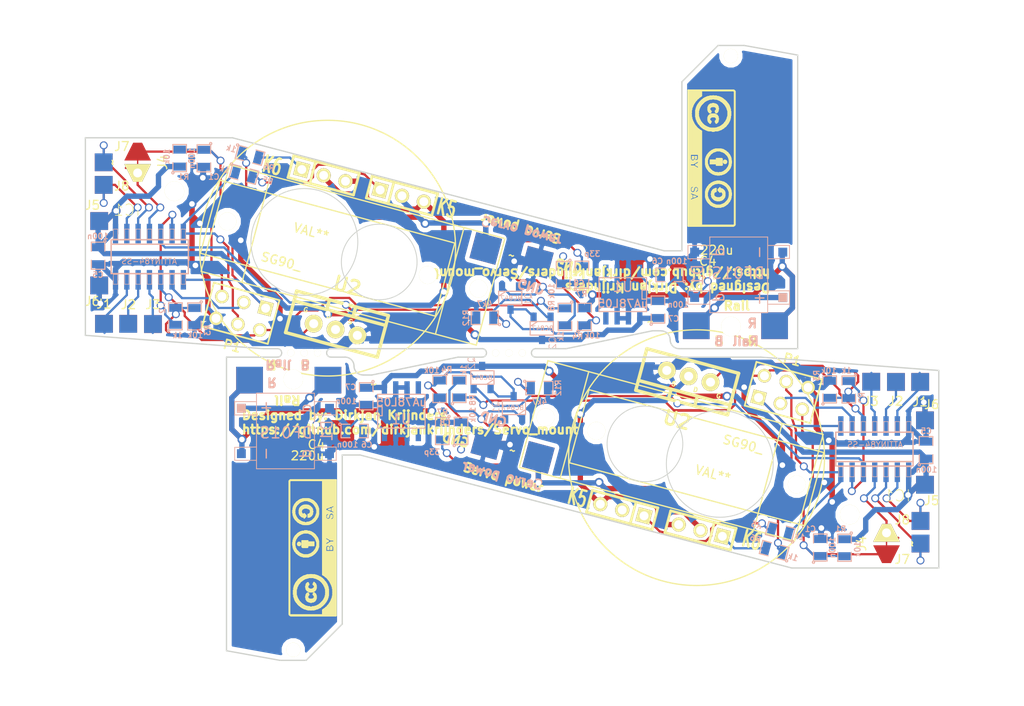
<source format=kicad_pcb>
(kicad_pcb (version 4) (host pcbnew "(2014-jul-16 BZR unknown)-product")
  (layers (0 F.Cu signal) (31 B.Cu signal) (34 B.Paste user) (35 F.Paste user) (36 B.SilkS user) (37 F.SilkS user) (38 B.Mask user) (39 F.Mask user) (44 Edge.Cuts user))
  (net 0 "")
  (net 1 +5V)
  (net 2 -VAA)
  (net 3 AGND)
  (net 4 DIS_SIGNAL)
  (net 5 GND)
  (net 6 "GND FET")
  (net 7 MISO)
  (net 8 MOSI)
  (net 9 "Net-(C4-Pad1)")
  (net 10 "Net-(C8-Pad1)")
  (net 11 "Net-(IC1-Pad11)")
  (net 12 "Net-(IC1-Pad12)")
  (net 13 "Net-(IC1-Pad13)")
  (net 14 "Net-(IC1-Pad2)")
  (net 15 "Net-(IC1-Pad3)")
  (net 16 "Net-(IC1-Pad4)")
  (net 17 "Net-(K5-Pad1)")
  (net 18 "Net-(K6-Pad1)")
  (net 19 "Net-(R2-Pad2)")
  (net 20 "Rail signal")
  (net 21 Reset)
  (net 22 SCK)
  (net 23 VAA)
  (net 24 VCC)
  (net 25 "Net-(Q1-Pad1)")
  (module Transistors_TO-220:TO-220_FET-GDS_Vertical (layer F.Cu) (at 217.183 109.139 165)
    (fp_text reference U2 (at 0 -5.08 165) (layer F.SilkS) (effects (font (thickness 0.3048))))
    (fp_text value BUZ11 hide)
    (fp_text user S (at 1.397 -1.27 165) (layer F.SilkS) (effects (font (size 0.50038 0.50038) (thickness 0.12446))))
    (fp_text user D (at -1.143 -1.27 165) (layer F.SilkS) (effects (font (size 0.50038 0.50038) (thickness 0.12446))))
    (fp_text user G (at -3.81 -1.27 165) (layer F.SilkS) (effects (font (size 0.50038 0.50038) (thickness 0.12446))))
    (pad 2 thru_hole circle (at 0 0 255) (size 2 2) (drill 1.016) (layers *.Cu *.Mask F.SilkS) (net 3 AGND))
    (pad 1 thru_hole circle (at -2.54 0 255) (size 2 2) (drill 1.016) (layers *.Cu *.Mask F.SilkS) (net 19 "Net-(R2-Pad2)"))
    (pad 3 thru_hole circle (at 2.54 0 255) (size 2 2) (drill 1.016) (layers *.Cu *.Mask F.SilkS) (net 5 GND))
  )
  (module Solderpad_2 (layer F.Cu) (at 181.118 115.565)
    (fp_text reference C4 (at -5.75 1.25) (layer F.SilkS))
    (fp_text value 220u (at -6.75 2.5) (layer F.SilkS))
    (pad 1 smd rect (at -3 0) (size 3 3) (layers F.Cu F.Paste F.Mask) (net 9 "Net-(C4-Pad1)"))
    (pad 2 smd rect (at 3 0) (size 3 3) (layers F.Cu F.Paste F.Mask) (net 5 GND))
  )
  (module Solderpad_2 (layer F.Cu) (at 170.868 109.565 180)
    (fp_text reference ~ (at -10.96 -0.46 180) (layer F.SilkS))
    (fp_text value ~ hide)
    (pad 1 smd rect (at -5.8 0 180) (size 3 3) (layers F.Cu F.Paste F.Mask) (net 2 -VAA))
    (pad 2 smd rect (at 3 0 180) (size 3 3) (layers F.Cu F.Paste F.Mask) (net 23 VAA))
    (pad 2 smd rect (at 3 0 180) (size 3 3) (layers B.Cu B.Paste B.Mask) (net 23 VAA))
    (pad 1 smd rect (at -5.8 0 180) (size 3 3) (layers B.Cu B.Paste B.Mask) (net 2 -VAA))
  )
  (module solder_jumper_conn (layer F.Cu) (at 239.408 127.935 90)
    (fp_text reference J4 (at 0 -2.8 90) (layer F.SilkS))
    (fp_text value ~ (at 0 2.85 90) (layer F.SilkS))
    (fp_line (start -0.3 0) (end 0.35 0) (layer F.Cu) (width 0.15))
    (pad 2 thru_hole trapezoid (at 1.2 0 90) (size 2 2) (rect_delta 1 0) (drill 1) (layers *.Cu *.Mask F.SilkS) (net 16 "Net-(IC1-Pad4)"))
    (pad 1 smd trapezoid (at -1.2 0 270) (size 2 2) (rect_delta 1 0) (layers F.Cu F.Paste F.Mask) (net 21 Reset))
  )
  (module SIL-3 (layer F.Cu) (at 209.718 124.165 165)
    (fp_text reference K5 (at 5.208706 0.043365 165) (layer F.SilkS) (effects (font (size 1.7907 1.07696) (thickness 0.3048))))
    (fp_text value CONN_3 hide)
    (pad 1 thru_hole rect (at -2.54 0 165) (size 1.6 1.6) (drill 1) (layers *.Cu *.Mask F.SilkS) (net 17 "Net-(K5-Pad1)"))
    (pad 2 thru_hole circle (at 0 0 165) (size 1.6 1.6) (drill 1) (layers *.Cu *.Mask F.SilkS) (net 24 VCC))
    (pad 3 thru_hole circle (at 2.54 0 165) (size 1.6 1.6) (drill 1) (layers *.Cu *.Mask F.SilkS) (net 3 AGND))
  )
  (module DIPSMD4 (layer B.Cu) (at 171.898 115.285 270)
    (fp_text reference D1 (at -0.03 -4.64 270) (layer B.SilkS) (effects (font (size 1.27 1.27) (thickness 0.1524)) (justify mirror)))
    (fp_text value DF01S (at 0.19 -0.07 540) (layer B.SilkS) (effects (font (size 1.27 1.27) (thickness 0.1524)) (justify mirror)))
    (fp_text user d (at 2.55016 -2.25044 270) (layer B.SilkS) (effects (font (size 1.27 1.27) (thickness 0.1524)) (justify mirror)))
    (fp_text user d (at -2.55016 -2.25044 270) (layer B.SilkS) (effects (font (size 1.27 1.27) (thickness 0.1524)) (justify mirror)))
    (fp_text user + (at -2.6 2.25 270) (layer B.SilkS) (effects (font (size 1.27 1.524) (thickness 0.1524)) (justify mirror)))
    (fp_text user - (at 2.55 2.25 270) (layer B.SilkS) (effects (font (size 1.27 1.27) (thickness 0.1524)) (justify mirror)))
    (pad 2 smd rect (at -2.55016 4.95046 270) (size 1.00076 1.00076) (layers B.Cu B.Paste B.SilkS B.Mask) (net 2 -VAA))
    (pad 4 smd rect (at 2.55016 4.95046 270) (size 1.00076 1.00076) (layers B.Cu B.Paste B.Mask) (net 23 VAA))
    (pad 1 smd rect (at 2.55 -4.95 270) (size 1.00076 1.00076) (layers B.Cu B.Paste B.Mask) (net 5 GND))
    (pad 3 smd rect (at -2.55 -4.95 270) (size 1.00076 1.00076) (layers B.Cu B.Paste B.Mask) (net 9 "Net-(C4-Pad1)"))
  )
  (module Solderpad_2 (layer F.Cu) (at 197.408 117.475 165)
    (fp_text reference ~ (at 0 0 165) (layer F.SilkS))
    (fp_text value ~ hide)
    (pad 1 smd rect (at -3 0 165) (size 3 3) (layers F.Cu F.Paste F.Mask) (net 24 VCC))
    (pad 2 smd rect (at 3 0 165) (size 3 3) (layers F.Cu F.Paste F.Mask) (net 5 GND))
    (pad 1 smd rect (at -3 0 165) (size 3 3) (layers B.Cu B.Paste B.Mask) (net 24 VCC))
    (pad 2 smd rect (at 3 0 165) (size 3 3) (layers B.Cu B.Paste B.Mask) (net 5 GND))
  )
  (module M2 (layer F.Cu) (at 172.778 109.485)
    (fp_text reference ~ (at 0 0) (layer F.SilkS))
    (fp_text value ~ (at 0 0) (layer F.SilkS))
    (pad "" np_thru_hole circle (at 0 0) (size 2.2 2.2) (drill 2.2) (layers *.Cu *.Mask F.SilkS))
  )
  (module M2 (layer F.Cu) (at 235.678 124.685)
    (fp_text reference ~ (at 0 0) (layer F.SilkS))
    (fp_text value ~ (at 0 0) (layer F.SilkS))
    (pad "" np_thru_hole circle (at -0.4 0) (size 2.2 2.2) (drill 2.2) (layers *.Cu *.Mask F.SilkS))
  )
  (module M2 (layer F.Cu) (at 172.778 139.885)
    (fp_text reference ~ (at 0 0) (layer F.SilkS))
    (fp_text value ~ (at 0 0) (layer F.SilkS))
    (pad "" np_thru_hole circle (at 0 0) (size 1.6 1.6) (drill 1.6) (layers *.Cu *.Mask F.SilkS))
  )
  (module SOT23 (layer B.Cu) (at 197.528 112.675 180)
    (fp_text reference Q1 (at 1.99898 0.09906 450) (layer B.SilkS) (effects (font (size 0.762 0.762) (thickness 0.0762)) (justify mirror)))
    (fp_text value BC847 (at 0.0635 0 180) (layer B.SilkS) (effects (font (size 0.50038 0.50038) (thickness 0.0762)) (justify mirror)))
    (pad 3 smd rect (at 0 1.27 180) (size 0.70104 1.00076) (layers B.Cu B.Paste B.Mask) (net 10 "Net-(C8-Pad1)"))
    (pad 2 smd rect (at 0.9525 -1.27 180) (size 0.70104 1.00076) (layers B.Cu B.Paste B.Mask) (net 5 GND))
    (pad 1 smd rect (at -0.9525 -1.27 180) (size 0.70104 1.00076) (layers B.Cu B.Paste B.Mask) (net 25 "Net-(Q1-Pad1)"))
  )
  (module SOT23 (layer B.Cu) (at 193.988 109.275 180)
    (fp_text reference Q2 (at 1.189 1.66 450) (layer B.SilkS) (effects (font (size 0.762 0.762) (thickness 0.0762)) (justify mirror)))
    (fp_text value BC847 (at 0.0635 0 180) (layer B.SilkS) (effects (font (size 0.50038 0.50038) (thickness 0.0762)) (justify mirror)))
    (pad 3 smd rect (at 0 1.27 180) (size 0.70104 1.00076) (layers B.Cu B.Paste B.Mask) (net 1 +5V))
    (pad 2 smd rect (at 0.9525 -1.27 180) (size 0.70104 1.00076) (layers B.Cu B.Paste B.Mask) (net 20 "Rail signal"))
    (pad 1 smd rect (at -0.9525 -1.27 180) (size 0.70104 1.00076) (layers B.Cu B.Paste B.Mask) (net 10 "Net-(C8-Pad1)"))
  )
  (module SO8E (layer B.Cu) (at 184.918 113.065)
    (fp_text reference U1 (at 0 0.889) (layer B.SilkS) (effects (font (size 1.143 1.143) (thickness 0.1524)) (justify mirror)))
    (fp_text value uA78L05 (at 0 -1.016) (layer B.SilkS) (effects (font (size 0.889 0.889) (thickness 0.1524)) (justify mirror)))
    (pad 8 smd rect (at -1.905 2.667) (size 0.59944 1.39954) (layers B.Cu B.Paste B.Mask) (net 9 "Net-(C4-Pad1)"))
    (pad 1 smd rect (at -1.905 -2.667) (size 0.59944 1.39954) (layers B.Cu B.Paste B.Mask) (net 1 +5V))
    (pad 7 smd rect (at -0.635 2.667) (size 0.59944 1.39954) (layers B.Cu B.Paste B.Mask) (net 5 GND))
    (pad 6 smd rect (at 0.635 2.667) (size 0.59944 1.39954) (layers B.Cu B.Paste B.Mask) (net 5 GND))
    (pad 5 smd rect (at 1.905 2.667) (size 0.59944 1.39954) (layers B.Cu B.Paste B.Mask))
    (pad 2 smd rect (at -0.635 -2.667) (size 0.59944 1.39954) (layers B.Cu B.Paste B.Mask) (net 5 GND))
    (pad 3 smd rect (at 0.635 -2.667) (size 0.59944 1.39954) (layers B.Cu B.Paste B.Mask) (net 5 GND))
    (pad 4 smd rect (at 1.905 -2.667) (size 0.59944 1.39954) (layers B.Cu B.Paste B.Mask))
  )
  (module SM0805 (layer B.Cu) (at 191.418 110.565 90)
    (fp_text reference R8 (at -1.241 1.508 90) (layer B.SilkS) (effects (font (size 0.635 0.635) (thickness 0.127)) (justify mirror)))
    (fp_text value 1k (at 2.188 0.492 90) (layer B.SilkS) (effects (font (size 0.635 0.635) (thickness 0.127)) (justify mirror)))
    (pad 1 smd rect (at -0.9525 0 90) (size 0.889 1.397) (layers B.Cu B.Paste B.Mask) (net 4 DIS_SIGNAL))
    (pad 2 smd rect (at 0.9525 0 90) (size 0.889 1.397) (layers B.Cu B.Paste B.Mask) (net 25 "Net-(Q1-Pad1)"))
  )
  (module SM0805 (layer B.Cu) (at 189.508 115.295 270)
    (fp_text reference R7 (at -2.13 -0.03 540) (layer B.SilkS) (effects (font (size 0.635 0.635) (thickness 0.127)) (justify mirror)))
    (fp_text value 10k (at -1.838 -3.418 270) (layer B.SilkS) (effects (font (size 0.635 0.635) (thickness 0.127)) (justify mirror)))
    (pad 1 smd rect (at -0.9525 0 270) (size 0.889 1.397) (layers B.Cu B.Paste B.Mask) (net 5 GND))
    (pad 2 smd rect (at 0.9525 0 270) (size 0.889 1.397) (layers B.Cu B.Paste B.Mask) (net 25 "Net-(Q1-Pad1)"))
  )
  (module SM0805 (layer B.Cu) (at 200.418 110.465)
    (fp_text reference R12 (at 2.11 -0.02 270) (layer B.SilkS) (effects (font (size 0.635 0.635) (thickness 0.127)) (justify mirror)))
    (fp_text value 4k7 (at 0.01 1.54) (layer B.SilkS) (effects (font (size 0.635 0.635) (thickness 0.127)) (justify mirror)))
    (pad 1 smd rect (at -0.9525 0) (size 0.889 1.397) (layers B.Cu B.Paste B.Mask) (net 20 "Rail signal"))
    (pad 2 smd rect (at 0.9525 0) (size 0.889 1.397) (layers B.Cu B.Paste B.Mask) (net 5 GND))
  )
  (module SM0805 (layer B.Cu) (at 226.788 128.715 165)
    (fp_text reference R6 (at 2.382333 0.738573 165) (layer B.SilkS) (effects (font (size 0.635 0.635) (thickness 0.127)) (justify mirror)))
    (fp_text value 1k (at -2.234806 -0.187995 165) (layer B.SilkS) (effects (font (size 0.635 0.635) (thickness 0.127)) (justify mirror)))
    (pad 1 smd rect (at -0.9525 0 165) (size 0.889 1.397) (layers B.Cu B.Paste B.Mask) (net 7 MISO))
    (pad 2 smd rect (at 0.9525 0 165) (size 0.889 1.397) (layers B.Cu B.Paste B.Mask) (net 18 "Net-(K6-Pad1)"))
  )
  (module SM0805 (layer B.Cu) (at 227.468 126.585 165)
    (fp_text reference R5 (at 2.75 0.02 165) (layer B.SilkS) (effects (font (size 0.635 0.635) (thickness 0.127)) (justify mirror)))
    (fp_text value 1k (at -2.23841 0.030378 165) (layer B.SilkS) (effects (font (size 0.635 0.635) (thickness 0.127)) (justify mirror)))
    (pad 1 smd rect (at -0.9525 0 165) (size 0.889 1.397) (layers B.Cu B.Paste B.Mask) (net 8 MOSI))
    (pad 2 smd rect (at 0.9525 0 165) (size 0.889 1.397) (layers B.Cu B.Paste B.Mask) (net 17 "Net-(K5-Pad1)"))
  )
  (module SM0805 (layer B.Cu) (at 233.028 110.605 90)
    (fp_text reference R3 (at 1.55 -1.47 90) (layer B.SilkS) (effects (font (size 0.635 0.635) (thickness 0.127)) (justify mirror)))
    (fp_text value 10k (at 2.101 -0.097 180) (layer B.SilkS) (effects (font (size 0.635 0.635) (thickness 0.127)) (justify mirror)))
    (pad 1 smd rect (at -0.9525 0 90) (size 0.889 1.397) (layers B.Cu B.Paste B.Mask) (net 19 "Net-(R2-Pad2)"))
    (pad 2 smd rect (at 0.9525 0 90) (size 0.889 1.397) (layers B.Cu B.Paste B.Mask) (net 5 GND))
  )
  (module SM0805 (layer B.Cu) (at 235.168 110.625 270)
    (fp_text reference R2 (at 0.92 -1.46 270) (layer B.SilkS) (effects (font (size 0.635 0.635) (thickness 0.127)) (justify mirror)))
    (fp_text value 1k (at -2.13 0.25 360) (layer B.SilkS) (effects (font (size 0.635 0.635) (thickness 0.127)) (justify mirror)))
    (pad 1 smd rect (at -0.9525 0 270) (size 0.889 1.397) (layers B.Cu B.Paste B.Mask) (net 6 "GND FET"))
    (pad 2 smd rect (at 0.9525 0 270) (size 0.889 1.397) (layers B.Cu B.Paste B.Mask) (net 19 "Net-(R2-Pad2)"))
  )
  (module SM0805 (layer B.Cu) (at 180.968 111.385 270)
    (fp_text reference C7 (at -1.03 1.75 540) (layer B.SilkS) (effects (font (size 0.635 0.635) (thickness 0.127)) (justify mirror)))
    (fp_text value 100n (at 0.548 2.266 360) (layer B.SilkS) (effects (font (size 0.635 0.635) (thickness 0.127)) (justify mirror)))
    (pad 1 smd rect (at -0.9525 0 270) (size 0.889 1.397) (layers B.Cu B.Paste B.Mask) (net 1 +5V))
    (pad 2 smd rect (at 0.9525 0 270) (size 0.889 1.397) (layers B.Cu B.Paste B.Mask) (net 5 GND))
  )
  (module SM0805 (layer B.Cu) (at 179.668 115.285)
    (fp_text reference C6 (at 1.36 1.54) (layer B.SilkS) (effects (font (size 0.635 0.635) (thickness 0.127)) (justify mirror)))
    (fp_text value 100n (at -0.8 1.53) (layer B.SilkS) (effects (font (size 0.635 0.635) (thickness 0.127)) (justify mirror)))
    (pad 1 smd rect (at -0.9525 0) (size 0.889 1.397) (layers B.Cu B.Paste B.Mask) (net 9 "Net-(C4-Pad1)"))
    (pad 2 smd rect (at 0.9525 0) (size 0.889 1.397) (layers B.Cu B.Paste B.Mask) (net 5 GND))
  )
  (module SM0805 (layer B.Cu) (at 243.848 117.435 90)
    (fp_text reference C5 (at 2.14 0.01 180) (layer B.SilkS) (effects (font (size 0.635 0.635) (thickness 0.127)) (justify mirror)))
    (fp_text value 100n (at -2.19 0.04 180) (layer B.SilkS) (effects (font (size 0.635 0.635) (thickness 0.127)) (justify mirror)))
    (pad 1 smd rect (at -0.9525 0 90) (size 0.889 1.397) (layers B.Cu B.Paste B.Mask) (net 1 +5V))
    (pad 2 smd rect (at 0.9525 0 90) (size 0.889 1.397) (layers B.Cu B.Paste B.Mask) (net 5 GND))
  )
  (module SM0805 (layer B.Cu) (at 231.968 128.385 90)
    (fp_text reference C1 (at 2.08 -1.12 360) (layer B.SilkS) (effects (font (size 0.635 0.635) (thickness 0.127)) (justify mirror)))
    (fp_text value 100n (at -0.01 1.36 90) (layer B.SilkS) (effects (font (size 0.635 0.635) (thickness 0.127)) (justify mirror)))
    (pad 1 smd rect (at -0.9525 0 90) (size 0.889 1.397) (layers B.Cu B.Paste B.Mask) (net 21 Reset))
    (pad 2 smd rect (at 0.9525 0 90) (size 0.889 1.397) (layers B.Cu B.Paste B.Mask) (net 5 GND))
  )
  (module SM0805 (layer B.Cu) (at 234.688 128.405 270)
    (fp_text reference R1 (at -2.1 0.44 540) (layer B.SilkS) (effects (font (size 0.635 0.635) (thickness 0.127)) (justify mirror)))
    (fp_text value 10k (at 0.17 -1.46 270) (layer B.SilkS) (effects (font (size 0.635 0.635) (thickness 0.127)) (justify mirror)))
    (pad 1 smd rect (at -0.9525 0 270) (size 0.889 1.397) (layers B.Cu B.Paste B.Mask) (net 1 +5V))
    (pad 2 smd rect (at 0.9525 0 270) (size 0.889 1.397) (layers B.Cu B.Paste B.Mask) (net 21 Reset))
  )
  (module SM0805 (layer B.Cu) (at 189.218 110.565 270)
    (fp_text reference R4 (at -2.188 -0.787 540) (layer B.SilkS) (effects (font (size 0.635 0.635) (thickness 0.127)) (justify mirror)))
    (fp_text value 10k (at -2.1 0.89 360) (layer B.SilkS) (effects (font (size 0.635 0.635) (thickness 0.127)) (justify mirror)))
    (pad 1 smd rect (at -0.9525 0 270) (size 0.889 1.397) (layers B.Cu B.Paste B.Mask) (net 10 "Net-(C8-Pad1)"))
    (pad 2 smd rect (at 0.9525 0 270) (size 0.889 1.397) (layers B.Cu B.Paste B.Mask) (net 23 VAA))
  )
  (module SM0805 (layer B.Cu) (at 191.618 115.265 90)
    (fp_text reference C8 (at 0.92 -1.78 360) (layer B.SilkS) (effects (font (size 0.635 0.635) (thickness 0.127)) (justify mirror)))
    (fp_text value 33p (at -2.383 -3.264 180) (layer B.SilkS) (effects (font (size 0.635 0.635) (thickness 0.127)) (justify mirror)))
    (pad 1 smd rect (at -0.9525 0 90) (size 0.889 1.397) (layers B.Cu B.Paste B.Mask) (net 10 "Net-(C8-Pad1)"))
    (pad 2 smd rect (at 0.9525 0 90) (size 0.889 1.397) (layers B.Cu B.Paste B.Mask) (net 5 GND))
  )
  (module pin_array_3x2 (layer F.Cu) (at 227.818 110.965 345)
    (fp_text reference P1 (at 0 -3.81 345) (layer F.SilkS) (effects (font (size 1.016 1.016) (thickness 0.2032))))
    (fp_text value CONN_3X2 hide)
    (pad 1 thru_hole rect (at -2.54 1.27 345) (size 1.524 1.524) (drill 1.016) (layers *.Cu *.Mask F.SilkS) (net 7 MISO))
    (pad 2 thru_hole circle (at -2.54 -1.27 345) (size 1.524 1.524) (drill 1.016) (layers *.Cu *.Mask F.SilkS) (net 4 DIS_SIGNAL))
    (pad 3 thru_hole circle (at 0 1.27 345) (size 1.524 1.524) (drill 1.016) (layers *.Cu *.Mask F.SilkS) (net 22 SCK))
    (pad 4 thru_hole circle (at 0 -1.27 345) (size 1.524 1.524) (drill 1.016) (layers *.Cu *.Mask F.SilkS) (net 8 MOSI))
    (pad 5 thru_hole circle (at 2.54 1.27 345) (size 1.524 1.524) (drill 1.016) (layers *.Cu *.Mask F.SilkS) (net 21 Reset))
    (pad 6 thru_hole circle (at 2.54 -1.27 345) (size 1.524 1.524) (drill 1.016) (layers *.Cu *.Mask F.SilkS) (net 5 GND))
  )
  (module dp_devices-CC-BY-SA (layer F.Cu) (at 177.618 136.065 90)
    (fp_text reference "" (at 0 0 90) (layer F.SilkS) (effects (font (size 0.0004 0.0004) (thickness 0.00012))))
    (fp_text value "" (at 0 0 90) (layer F.SilkS) (effects (font (size 0.0004 0.0004) (thickness 0.00012))))
  )
  (module SOIC-14 (layer B.Cu) (at 238.098 117.325 180)
    (fp_text reference IC1 (at -2.52 -5.24 180) (layer F.SilkS) (effects (font (size 1.27 1.27) (thickness 0.0889)) (justify mirror)))
    (fp_text value ATTINY84-SS (at -0.02 0.51 180) (layer B.SilkS) (effects (font (size 0.635 0.635) (thickness 0.0889)) (justify mirror)))
    (pad 1 smd rect (at -3.795 -2.59842 180) (size 0.59944 2.19964) (layers B.Cu B.Paste B.Mask) (net 1 +5V))
    (pad 2 smd rect (at -2.525 -2.59842 180) (size 0.59944 2.19964) (layers B.Cu B.Paste B.Mask) (net 14 "Net-(IC1-Pad2)"))
    (pad 3 smd rect (at -1.255 -2.59842 180) (size 0.59944 2.19964) (layers B.Cu B.Paste B.Mask) (net 15 "Net-(IC1-Pad3)"))
    (pad 4 smd rect (at 0.015 -2.59842 180) (size 0.59944 2.19964) (layers B.Cu B.Paste B.Mask) (net 16 "Net-(IC1-Pad4)"))
    (pad 5 smd rect (at 1.285 -2.59842 180) (size 0.59944 2.19964) (layers B.Cu B.Paste B.Mask) (net 20 "Rail signal"))
    (pad 6 smd rect (at 2.555 -2.59842 180) (size 0.59944 2.19964) (layers B.Cu B.Paste B.Mask) (net 6 "GND FET"))
    (pad 7 smd rect (at 3.825 -2.59842 180) (size 0.59944 2.19964) (layers B.Cu B.Paste B.Mask) (net 8 MOSI))
    (pad 8 smd rect (at 3.825 2.59842 180) (size 0.59944 2.19964) (layers B.Cu B.Paste B.Mask) (net 7 MISO))
    (pad 9 smd rect (at 2.555 2.59842 180) (size 0.59944 2.19964) (layers B.Cu B.Paste B.Mask) (net 22 SCK))
    (pad 10 smd rect (at 1.285 2.59842 180) (size 0.59944 2.19964) (layers B.Cu B.Paste B.Mask) (net 4 DIS_SIGNAL))
    (pad 11 smd rect (at 0.015 2.59842 180) (size 0.59944 2.19964) (layers B.Cu B.Paste B.Mask) (net 11 "Net-(IC1-Pad11)"))
    (pad 12 smd rect (at -1.255 2.59842 180) (size 0.59944 2.19964) (layers B.Cu B.Paste B.Mask) (net 12 "Net-(IC1-Pad12)"))
    (pad 13 smd rect (at -2.525 2.59842 180) (size 0.59944 2.19964) (layers B.Cu B.Paste B.Mask) (net 13 "Net-(IC1-Pad13)"))
    (pad 14 smd rect (at -3.795 2.59842 180) (size 0.59944 2.19964) (layers B.Cu B.Paste B.Mask) (net 5 GND))
  )
  (module solder_pad_2mm_fb (layer F.Cu) (at 237.688 109.755)
    (fp_text reference J3 (at -0.02 2.19) (layer F.SilkS))
    (fp_text value SOLDER_PAD hide)
    (pad 1 smd rect (at 0 0) (size 2 2) (layers F.Cu F.Paste F.Mask) (net 11 "Net-(IC1-Pad11)"))
    (pad 1 smd rect (at 0 0) (size 2 2) (layers B.Cu F.Paste F.Mask) (net 11 "Net-(IC1-Pad11)"))
  )
  (module solder_pad_2mm_fb (layer F.Cu) (at 240.468 109.775)
    (fp_text reference J2 (at -0.03 2.16) (layer F.SilkS))
    (fp_text value SOLDER_PAD hide)
    (pad 1 smd rect (at 0 0) (size 2 2) (layers F.Cu F.Paste F.Mask) (net 12 "Net-(IC1-Pad12)"))
    (pad 1 smd rect (at 0 0) (size 2 2) (layers B.Cu F.Paste F.Mask) (net 12 "Net-(IC1-Pad12)"))
  )
  (module solder_pad_2mm_fb (layer F.Cu) (at 243.188 109.775)
    (fp_text reference J1 (at 0 2.23) (layer F.SilkS))
    (fp_text value SOLDER_PAD hide)
    (pad 1 smd rect (at 0 0) (size 2 2) (layers F.Cu F.Paste F.Mask) (net 13 "Net-(IC1-Pad13)"))
    (pad 1 smd rect (at 0 0) (size 2 2) (layers B.Cu F.Paste F.Mask) (net 13 "Net-(IC1-Pad13)"))
  )
  (module SIL-3 (layer F.Cu) (at 218.518 126.465 165)
    (fp_text reference K6 (at -5.848434 0.428279 165) (layer F.SilkS) (effects (font (size 1.7907 1.07696) (thickness 0.3048))))
    (fp_text value CONN_3 hide)
    (pad 1 thru_hole rect (at -2.54 0 165) (size 1.6 1.6) (drill 1) (layers *.Cu *.Mask F.SilkS) (net 18 "Net-(K6-Pad1)"))
    (pad 2 thru_hole circle (at 0 0 165) (size 1.6 1.6) (drill 1) (layers *.Cu *.Mask F.SilkS) (net 24 VCC))
    (pad 3 thru_hole circle (at 2.54 0 165) (size 1.6 1.6) (drill 1) (layers *.Cu *.Mask F.SilkS) (net 3 AGND))
  )
  (module Pyth:solder_pad_2mm_fb (layer F.Cu) (at 243.726 121.331)
    (fp_text reference J5 (at 0.762 1.778) (layer F.SilkS))
    (fp_text value SOLDER_PAD hide)
    (pad 1 smd rect (at 0 0) (size 2 2) (layers F.Cu F.Paste F.Mask) (net 1 +5V))
    (pad 1 smd rect (at 0 0) (size 2 2) (layers B.Cu F.Paste F.Mask) (net 1 +5V))
  )
  (module Pyth:solder_pad_2mm_fb (layer F.Cu) (at 243.726 114.092)
    (fp_text reference J6 (at 0.762 -1.778) (layer F.SilkS))
    (fp_text value SOLDER_PAD hide)
    (pad 1 smd rect (at 0 0) (size 2 2) (layers F.Cu F.Paste F.Mask) (net 5 GND))
    (pad 1 smd rect (at 0 0) (size 2 2) (layers B.Cu F.Paste F.Mask) (net 5 GND))
  )
  (module Pyth:solder_pad_2mm_fb (layer F.Cu) (at 243.218 127.935)
    (fp_text reference J7 (at -2.032 1.778) (layer F.SilkS))
    (fp_text value SOLDER_PAD hide)
    (pad 1 smd rect (at 0 0) (size 2 2) (layers F.Cu F.Paste F.Mask) (net 15 "Net-(IC1-Pad3)"))
    (pad 1 smd rect (at 0 0) (size 2 2) (layers B.Cu F.Paste F.Mask) (net 15 "Net-(IC1-Pad3)"))
  )
  (module Pyth:solder_pad_2mm_fb (layer F.Cu) (at 243.218 125.395)
    (fp_text reference J8 (at -2.032 -0.127) (layer F.SilkS))
    (fp_text value SOLDER_PAD hide)
    (pad 1 smd rect (at 0 0) (size 2 2) (layers F.Cu F.Paste F.Mask) (net 14 "Net-(IC1-Pad2)"))
    (pad 1 smd rect (at 0 0) (size 2 2) (layers B.Cu F.Paste F.Mask) (net 14 "Net-(IC1-Pad2)"))
  )
  (module Transistors_TO-220:TO-220_FET-GDS_Vertical (layer F.Cu) (at 177.521902 103.880902 345)
    (fp_text reference U2 (at 0 -5.08 345) (layer F.SilkS) (effects (font (thickness 0.3048))))
    (fp_text value BUZ11 hide)
    (fp_text user S (at 1.397 -1.27 345) (layer F.SilkS) (effects (font (size 0.50038 0.50038) (thickness 0.12446))))
    (fp_text user D (at -1.143 -1.27 345) (layer F.SilkS) (effects (font (size 0.50038 0.50038) (thickness 0.12446))))
    (fp_text user G (at -3.81 -1.27 345) (layer F.SilkS) (effects (font (size 0.50038 0.50038) (thickness 0.12446))))
    (pad 2 thru_hole circle (at 0 0 75) (size 2 2) (drill 1.016) (layers *.Cu *.Mask F.SilkS) (net 3 AGND))
    (pad 1 thru_hole circle (at -2.54 0 75) (size 2 2) (drill 1.016) (layers *.Cu *.Mask F.SilkS) (net 19 "Net-(R2-Pad2)"))
    (pad 3 thru_hole circle (at 2.54 0 75) (size 2 2) (drill 1.016) (layers *.Cu *.Mask F.SilkS) (net 5 GND))
  )
  (module Solderpad_2 (layer F.Cu) (at 213.586902 97.454902 180)
    (fp_text reference C4 (at -5.75 1.25 180) (layer F.SilkS))
    (fp_text value 220u (at -6.75 2.5 180) (layer F.SilkS))
    (pad 1 smd rect (at -3 0 180) (size 3 3) (layers F.Cu F.Paste F.Mask) (net 9 "Net-(C4-Pad1)"))
    (pad 2 smd rect (at 3 0 180) (size 3 3) (layers F.Cu F.Paste F.Mask) (net 5 GND))
  )
  (module Solderpad_2 (layer F.Cu) (at 223.836902 103.454902)
    (fp_text reference ~ (at -10.96 -0.46) (layer F.SilkS))
    (fp_text value ~ hide)
    (pad 1 smd rect (at -5.8 0) (size 3 3) (layers F.Cu F.Paste F.Mask) (net 2 -VAA))
    (pad 2 smd rect (at 3 0) (size 3 3) (layers F.Cu F.Paste F.Mask) (net 23 VAA))
    (pad 2 smd rect (at 3 0) (size 3 3) (layers B.Cu B.Paste B.Mask) (net 23 VAA))
    (pad 1 smd rect (at -5.8 0) (size 3 3) (layers B.Cu B.Paste B.Mask) (net 2 -VAA))
  )
  (module solder_jumper_conn (layer F.Cu) (at 155.296902 85.084902 270)
    (fp_text reference J4 (at 0 -2.8 270) (layer F.SilkS))
    (fp_text value ~ (at 0 2.85 270) (layer F.SilkS))
    (fp_line (start -0.3 0) (end 0.35 0) (layer F.Cu) (width 0.15))
    (pad 2 thru_hole trapezoid (at 1.2 0 270) (size 2 2) (rect_delta 1 0) (drill 1) (layers *.Cu *.Mask F.SilkS) (net 16 "Net-(IC1-Pad4)"))
    (pad 1 smd trapezoid (at -1.2 0 90) (size 2 2) (rect_delta 1 0) (layers F.Cu F.Paste F.Mask) (net 21 Reset))
  )
  (module SIL-3 (layer F.Cu) (at 184.986902 88.854902 345)
    (fp_text reference K5 (at 5.208706 0.043365 345) (layer F.SilkS) (effects (font (size 1.7907 1.07696) (thickness 0.3048))))
    (fp_text value CONN_3 hide)
    (pad 1 thru_hole rect (at -2.54 0 345) (size 1.6 1.6) (drill 1) (layers *.Cu *.Mask F.SilkS) (net 17 "Net-(K5-Pad1)"))
    (pad 2 thru_hole circle (at 0 0 345) (size 1.6 1.6) (drill 1) (layers *.Cu *.Mask F.SilkS) (net 24 VCC))
    (pad 3 thru_hole circle (at 2.54 0 345) (size 1.6 1.6) (drill 1) (layers *.Cu *.Mask F.SilkS) (net 3 AGND))
  )
  (module DIPSMD4 (layer B.Cu) (at 222.806902 97.734902 90)
    (fp_text reference D1 (at -0.03 -4.64 90) (layer B.SilkS) (effects (font (size 1.27 1.27) (thickness 0.1524)) (justify mirror)))
    (fp_text value DF01S (at 0.19 -0.07 360) (layer B.SilkS) (effects (font (size 1.27 1.27) (thickness 0.1524)) (justify mirror)))
    (fp_text user d (at 2.55016 -2.25044 90) (layer B.SilkS) (effects (font (size 1.27 1.27) (thickness 0.1524)) (justify mirror)))
    (fp_text user d (at -2.55016 -2.25044 90) (layer B.SilkS) (effects (font (size 1.27 1.27) (thickness 0.1524)) (justify mirror)))
    (fp_text user + (at -2.6 2.25 90) (layer B.SilkS) (effects (font (size 1.27 1.524) (thickness 0.1524)) (justify mirror)))
    (fp_text user - (at 2.55 2.25 90) (layer B.SilkS) (effects (font (size 1.27 1.27) (thickness 0.1524)) (justify mirror)))
    (pad 2 smd rect (at -2.55016 4.95046 90) (size 1.00076 1.00076) (layers B.Cu B.Paste B.SilkS B.Mask) (net 2 -VAA))
    (pad 4 smd rect (at 2.55016 4.95046 90) (size 1.00076 1.00076) (layers B.Cu B.Paste B.Mask) (net 23 VAA))
    (pad 1 smd rect (at 2.55 -4.95 90) (size 1.00076 1.00076) (layers B.Cu B.Paste B.Mask) (net 5 GND))
    (pad 3 smd rect (at -2.55 -4.95 90) (size 1.00076 1.00076) (layers B.Cu B.Paste B.Mask) (net 9 "Net-(C4-Pad1)"))
  )
  (module Solderpad_2 (layer F.Cu) (at 197.296902 95.544902 345)
    (fp_text reference ~ (at 0 0 345) (layer F.SilkS))
    (fp_text value ~ hide)
    (pad 1 smd rect (at -3 0 345) (size 3 3) (layers F.Cu F.Paste F.Mask) (net 24 VCC))
    (pad 2 smd rect (at 3 0 345) (size 3 3) (layers F.Cu F.Paste F.Mask) (net 5 GND))
    (pad 1 smd rect (at -3 0 345) (size 3 3) (layers B.Cu B.Paste B.Mask) (net 24 VCC))
    (pad 2 smd rect (at 3 0 345) (size 3 3) (layers B.Cu B.Paste B.Mask) (net 5 GND))
  )
  (module M2 (layer F.Cu) (at 221.926902 103.534902 180)
    (fp_text reference ~ (at 0 0 180) (layer F.SilkS))
    (fp_text value ~ (at 0 0 180) (layer F.SilkS))
    (pad "" np_thru_hole circle (at 0 0 180) (size 2.2 2.2) (drill 2.2) (layers *.Cu *.Mask F.SilkS))
  )
  (module M2 (layer F.Cu) (at 159.026902 88.334902 180)
    (fp_text reference ~ (at 0 0 180) (layer F.SilkS))
    (fp_text value ~ (at 0 0 180) (layer F.SilkS))
    (pad "" np_thru_hole circle (at -0.4 0 180) (size 2.2 2.2) (drill 2.2) (layers *.Cu *.Mask F.SilkS))
  )
  (module M2 (layer F.Cu) (at 221.926902 73.134902 180)
    (fp_text reference ~ (at 0 0 180) (layer F.SilkS))
    (fp_text value ~ (at 0 0 180) (layer F.SilkS))
    (pad "" np_thru_hole circle (at 0 0 180) (size 1.6 1.6) (drill 1.6) (layers *.Cu *.Mask F.SilkS))
  )
  (module SOT23 (layer B.Cu) (at 197.176902 100.344902)
    (fp_text reference Q1 (at 1.99898 0.09906 270) (layer B.SilkS) (effects (font (size 0.762 0.762) (thickness 0.0762)) (justify mirror)))
    (fp_text value BC847 (at 0.0635 0) (layer B.SilkS) (effects (font (size 0.50038 0.50038) (thickness 0.0762)) (justify mirror)))
    (pad 3 smd rect (at 0 1.27) (size 0.70104 1.00076) (layers B.Cu B.Paste B.Mask) (net 10 "Net-(C8-Pad1)"))
    (pad 2 smd rect (at 0.9525 -1.27) (size 0.70104 1.00076) (layers B.Cu B.Paste B.Mask) (net 5 GND))
    (pad 1 smd rect (at -0.9525 -1.27) (size 0.70104 1.00076) (layers B.Cu B.Paste B.Mask) (net 25 "Net-(Q1-Pad1)"))
  )
  (module SOT23 (layer B.Cu) (at 200.716902 103.744902)
    (fp_text reference Q2 (at 1.189 1.66 270) (layer B.SilkS) (effects (font (size 0.762 0.762) (thickness 0.0762)) (justify mirror)))
    (fp_text value BC847 (at 0.0635 0) (layer B.SilkS) (effects (font (size 0.50038 0.50038) (thickness 0.0762)) (justify mirror)))
    (pad 3 smd rect (at 0 1.27) (size 0.70104 1.00076) (layers B.Cu B.Paste B.Mask) (net 1 +5V))
    (pad 2 smd rect (at 0.9525 -1.27) (size 0.70104 1.00076) (layers B.Cu B.Paste B.Mask) (net 20 "Rail signal"))
    (pad 1 smd rect (at -0.9525 -1.27) (size 0.70104 1.00076) (layers B.Cu B.Paste B.Mask) (net 10 "Net-(C8-Pad1)"))
  )
  (module SO8E (layer B.Cu) (at 209.786902 99.954902 180)
    (fp_text reference U1 (at 0 0.889 180) (layer B.SilkS) (effects (font (size 1.143 1.143) (thickness 0.1524)) (justify mirror)))
    (fp_text value uA78L05 (at 0 -1.016 180) (layer B.SilkS) (effects (font (size 0.889 0.889) (thickness 0.1524)) (justify mirror)))
    (pad 8 smd rect (at -1.905 2.667 180) (size 0.59944 1.39954) (layers B.Cu B.Paste B.Mask) (net 9 "Net-(C4-Pad1)"))
    (pad 1 smd rect (at -1.905 -2.667 180) (size 0.59944 1.39954) (layers B.Cu B.Paste B.Mask) (net 1 +5V))
    (pad 7 smd rect (at -0.635 2.667 180) (size 0.59944 1.39954) (layers B.Cu B.Paste B.Mask) (net 5 GND))
    (pad 6 smd rect (at 0.635 2.667 180) (size 0.59944 1.39954) (layers B.Cu B.Paste B.Mask) (net 5 GND))
    (pad 5 smd rect (at 1.905 2.667 180) (size 0.59944 1.39954) (layers B.Cu B.Paste B.Mask))
    (pad 2 smd rect (at -0.635 -2.667 180) (size 0.59944 1.39954) (layers B.Cu B.Paste B.Mask) (net 5 GND))
    (pad 3 smd rect (at 0.635 -2.667 180) (size 0.59944 1.39954) (layers B.Cu B.Paste B.Mask) (net 5 GND))
    (pad 4 smd rect (at 1.905 -2.667 180) (size 0.59944 1.39954) (layers B.Cu B.Paste B.Mask))
  )
  (module SM0805 (layer B.Cu) (at 203.286902 102.454902 270)
    (fp_text reference R8 (at -1.241 1.508 270) (layer B.SilkS) (effects (font (size 0.635 0.635) (thickness 0.127)) (justify mirror)))
    (fp_text value 1k (at 2.188 0.492 270) (layer B.SilkS) (effects (font (size 0.635 0.635) (thickness 0.127)) (justify mirror)))
    (pad 1 smd rect (at -0.9525 0 270) (size 0.889 1.397) (layers B.Cu B.Paste B.Mask) (net 4 DIS_SIGNAL))
    (pad 2 smd rect (at 0.9525 0 270) (size 0.889 1.397) (layers B.Cu B.Paste B.Mask) (net 25 "Net-(Q1-Pad1)"))
  )
  (module SM0805 (layer B.Cu) (at 205.196902 97.724902 90)
    (fp_text reference R7 (at -2.13 -0.03 360) (layer B.SilkS) (effects (font (size 0.635 0.635) (thickness 0.127)) (justify mirror)))
    (fp_text value 10k (at -1.838 -3.418 90) (layer B.SilkS) (effects (font (size 0.635 0.635) (thickness 0.127)) (justify mirror)))
    (pad 1 smd rect (at -0.9525 0 90) (size 0.889 1.397) (layers B.Cu B.Paste B.Mask) (net 5 GND))
    (pad 2 smd rect (at 0.9525 0 90) (size 0.889 1.397) (layers B.Cu B.Paste B.Mask) (net 25 "Net-(Q1-Pad1)"))
  )
  (module SM0805 (layer B.Cu) (at 194.286902 102.554902 180)
    (fp_text reference R12 (at 2.11 -0.02 450) (layer B.SilkS) (effects (font (size 0.635 0.635) (thickness 0.127)) (justify mirror)))
    (fp_text value 4k7 (at 0.01 1.54 180) (layer B.SilkS) (effects (font (size 0.635 0.635) (thickness 0.127)) (justify mirror)))
    (pad 1 smd rect (at -0.9525 0 180) (size 0.889 1.397) (layers B.Cu B.Paste B.Mask) (net 20 "Rail signal"))
    (pad 2 smd rect (at 0.9525 0 180) (size 0.889 1.397) (layers B.Cu B.Paste B.Mask) (net 5 GND))
  )
  (module SM0805 (layer B.Cu) (at 167.916902 84.304902 345)
    (fp_text reference R6 (at 2.382333 0.738573 345) (layer B.SilkS) (effects (font (size 0.635 0.635) (thickness 0.127)) (justify mirror)))
    (fp_text value 1k (at -2.234806 -0.187995 345) (layer B.SilkS) (effects (font (size 0.635 0.635) (thickness 0.127)) (justify mirror)))
    (pad 1 smd rect (at -0.9525 0 345) (size 0.889 1.397) (layers B.Cu B.Paste B.Mask) (net 7 MISO))
    (pad 2 smd rect (at 0.9525 0 345) (size 0.889 1.397) (layers B.Cu B.Paste B.Mask) (net 18 "Net-(K6-Pad1)"))
  )
  (module SM0805 (layer B.Cu) (at 167.236902 86.434902 345)
    (fp_text reference R5 (at 2.75 0.02 345) (layer B.SilkS) (effects (font (size 0.635 0.635) (thickness 0.127)) (justify mirror)))
    (fp_text value 1k (at -2.23841 0.030378 345) (layer B.SilkS) (effects (font (size 0.635 0.635) (thickness 0.127)) (justify mirror)))
    (pad 1 smd rect (at -0.9525 0 345) (size 0.889 1.397) (layers B.Cu B.Paste B.Mask) (net 8 MOSI))
    (pad 2 smd rect (at 0.9525 0 345) (size 0.889 1.397) (layers B.Cu B.Paste B.Mask) (net 17 "Net-(K5-Pad1)"))
  )
  (module SM0805 (layer B.Cu) (at 161.676902 102.414902 270)
    (fp_text reference R3 (at 1.55 -1.47 270) (layer B.SilkS) (effects (font (size 0.635 0.635) (thickness 0.127)) (justify mirror)))
    (fp_text value 10k (at 2.101 -0.097 360) (layer B.SilkS) (effects (font (size 0.635 0.635) (thickness 0.127)) (justify mirror)))
    (pad 1 smd rect (at -0.9525 0 270) (size 0.889 1.397) (layers B.Cu B.Paste B.Mask) (net 19 "Net-(R2-Pad2)"))
    (pad 2 smd rect (at 0.9525 0 270) (size 0.889 1.397) (layers B.Cu B.Paste B.Mask) (net 5 GND))
  )
  (module SM0805 (layer B.Cu) (at 159.536902 102.394902 90)
    (fp_text reference R2 (at 0.92 -1.46 90) (layer B.SilkS) (effects (font (size 0.635 0.635) (thickness 0.127)) (justify mirror)))
    (fp_text value 1k (at -2.13 0.25 180) (layer B.SilkS) (effects (font (size 0.635 0.635) (thickness 0.127)) (justify mirror)))
    (pad 1 smd rect (at -0.9525 0 90) (size 0.889 1.397) (layers B.Cu B.Paste B.Mask) (net 6 "GND FET"))
    (pad 2 smd rect (at 0.9525 0 90) (size 0.889 1.397) (layers B.Cu B.Paste B.Mask) (net 19 "Net-(R2-Pad2)"))
  )
  (module SM0805 (layer B.Cu) (at 213.736902 101.634902 90)
    (fp_text reference C7 (at -1.03 1.75 360) (layer B.SilkS) (effects (font (size 0.635 0.635) (thickness 0.127)) (justify mirror)))
    (fp_text value 100n (at 0.548 2.266 180) (layer B.SilkS) (effects (font (size 0.635 0.635) (thickness 0.127)) (justify mirror)))
    (pad 1 smd rect (at -0.9525 0 90) (size 0.889 1.397) (layers B.Cu B.Paste B.Mask) (net 1 +5V))
    (pad 2 smd rect (at 0.9525 0 90) (size 0.889 1.397) (layers B.Cu B.Paste B.Mask) (net 5 GND))
  )
  (module SM0805 (layer B.Cu) (at 215.036902 97.734902 180)
    (fp_text reference C6 (at 1.36 1.54 180) (layer B.SilkS) (effects (font (size 0.635 0.635) (thickness 0.127)) (justify mirror)))
    (fp_text value 100n (at -0.8 1.53 180) (layer B.SilkS) (effects (font (size 0.635 0.635) (thickness 0.127)) (justify mirror)))
    (pad 1 smd rect (at -0.9525 0 180) (size 0.889 1.397) (layers B.Cu B.Paste B.Mask) (net 9 "Net-(C4-Pad1)"))
    (pad 2 smd rect (at 0.9525 0 180) (size 0.889 1.397) (layers B.Cu B.Paste B.Mask) (net 5 GND))
  )
  (module SM0805 (layer B.Cu) (at 150.856902 95.584902 270)
    (fp_text reference C5 (at 2.14 0.01 360) (layer B.SilkS) (effects (font (size 0.635 0.635) (thickness 0.127)) (justify mirror)))
    (fp_text value 100n (at -2.19 0.04 360) (layer B.SilkS) (effects (font (size 0.635 0.635) (thickness 0.127)) (justify mirror)))
    (pad 1 smd rect (at -0.9525 0 270) (size 0.889 1.397) (layers B.Cu B.Paste B.Mask) (net 1 +5V))
    (pad 2 smd rect (at 0.9525 0 270) (size 0.889 1.397) (layers B.Cu B.Paste B.Mask) (net 5 GND))
  )
  (module SM0805 (layer B.Cu) (at 162.736902 84.634902 270)
    (fp_text reference C1 (at 2.08 -1.12 540) (layer B.SilkS) (effects (font (size 0.635 0.635) (thickness 0.127)) (justify mirror)))
    (fp_text value 100n (at -0.01 1.36 270) (layer B.SilkS) (effects (font (size 0.635 0.635) (thickness 0.127)) (justify mirror)))
    (pad 1 smd rect (at -0.9525 0 270) (size 0.889 1.397) (layers B.Cu B.Paste B.Mask) (net 21 Reset))
    (pad 2 smd rect (at 0.9525 0 270) (size 0.889 1.397) (layers B.Cu B.Paste B.Mask) (net 5 GND))
  )
  (module SM0805 (layer B.Cu) (at 160.016902 84.614902 90)
    (fp_text reference R1 (at -2.1 0.44 360) (layer B.SilkS) (effects (font (size 0.635 0.635) (thickness 0.127)) (justify mirror)))
    (fp_text value 10k (at 0.17 -1.46 90) (layer B.SilkS) (effects (font (size 0.635 0.635) (thickness 0.127)) (justify mirror)))
    (pad 1 smd rect (at -0.9525 0 90) (size 0.889 1.397) (layers B.Cu B.Paste B.Mask) (net 1 +5V))
    (pad 2 smd rect (at 0.9525 0 90) (size 0.889 1.397) (layers B.Cu B.Paste B.Mask) (net 21 Reset))
  )
  (module SM0805 (layer B.Cu) (at 205.486902 102.454902 90)
    (fp_text reference R4 (at -2.188 -0.787 360) (layer B.SilkS) (effects (font (size 0.635 0.635) (thickness 0.127)) (justify mirror)))
    (fp_text value 10k (at -2.1 0.89 180) (layer B.SilkS) (effects (font (size 0.635 0.635) (thickness 0.127)) (justify mirror)))
    (pad 1 smd rect (at -0.9525 0 90) (size 0.889 1.397) (layers B.Cu B.Paste B.Mask) (net 10 "Net-(C8-Pad1)"))
    (pad 2 smd rect (at 0.9525 0 90) (size 0.889 1.397) (layers B.Cu B.Paste B.Mask) (net 23 VAA))
  )
  (module SM0805 (layer B.Cu) (at 203.086902 97.754902 270)
    (fp_text reference C8 (at 0.92 -1.78 540) (layer B.SilkS) (effects (font (size 0.635 0.635) (thickness 0.127)) (justify mirror)))
    (fp_text value 33p (at -2.383 -3.264 360) (layer B.SilkS) (effects (font (size 0.635 0.635) (thickness 0.127)) (justify mirror)))
    (pad 1 smd rect (at -0.9525 0 270) (size 0.889 1.397) (layers B.Cu B.Paste B.Mask) (net 10 "Net-(C8-Pad1)"))
    (pad 2 smd rect (at 0.9525 0 270) (size 0.889 1.397) (layers B.Cu B.Paste B.Mask) (net 5 GND))
  )
  (module pin_array_3x2 (layer F.Cu) (at 166.886902 102.054902 165)
    (fp_text reference P1 (at 0 -3.81 165) (layer F.SilkS) (effects (font (size 1.016 1.016) (thickness 0.2032))))
    (fp_text value CONN_3X2 hide)
    (pad 1 thru_hole rect (at -2.54 1.27 165) (size 1.524 1.524) (drill 1.016) (layers *.Cu *.Mask F.SilkS) (net 7 MISO))
    (pad 2 thru_hole circle (at -2.54 -1.27 165) (size 1.524 1.524) (drill 1.016) (layers *.Cu *.Mask F.SilkS) (net 4 DIS_SIGNAL))
    (pad 3 thru_hole circle (at 0 1.27 165) (size 1.524 1.524) (drill 1.016) (layers *.Cu *.Mask F.SilkS) (net 22 SCK))
    (pad 4 thru_hole circle (at 0 -1.27 165) (size 1.524 1.524) (drill 1.016) (layers *.Cu *.Mask F.SilkS) (net 8 MOSI))
    (pad 5 thru_hole circle (at 2.54 1.27 165) (size 1.524 1.524) (drill 1.016) (layers *.Cu *.Mask F.SilkS) (net 21 Reset))
    (pad 6 thru_hole circle (at 2.54 -1.27 165) (size 1.524 1.524) (drill 1.016) (layers *.Cu *.Mask F.SilkS) (net 5 GND))
  )
  (module dp_devices-CC-BY-SA (layer F.Cu) (at 217.086902 76.954902 270)
    (fp_text reference "" (at 0 0 270) (layer F.SilkS) (effects (font (size 0.0004 0.0004) (thickness 0.00012))))
    (fp_text value "" (at 0 0 270) (layer F.SilkS) (effects (font (size 0.0004 0.0004) (thickness 0.00012))))
  )
  (module SOIC-14 (layer B.Cu) (at 156.606902 95.694902)
    (fp_text reference IC1 (at -2.52 -5.24) (layer F.SilkS) (effects (font (size 1.27 1.27) (thickness 0.0889)) (justify mirror)))
    (fp_text value ATTINY84-SS (at -0.02 0.51) (layer B.SilkS) (effects (font (size 0.635 0.635) (thickness 0.0889)) (justify mirror)))
    (pad 1 smd rect (at -3.795 -2.59842) (size 0.59944 2.19964) (layers B.Cu B.Paste B.Mask) (net 1 +5V))
    (pad 2 smd rect (at -2.525 -2.59842) (size 0.59944 2.19964) (layers B.Cu B.Paste B.Mask) (net 14 "Net-(IC1-Pad2)"))
    (pad 3 smd rect (at -1.255 -2.59842) (size 0.59944 2.19964) (layers B.Cu B.Paste B.Mask) (net 15 "Net-(IC1-Pad3)"))
    (pad 4 smd rect (at 0.015 -2.59842) (size 0.59944 2.19964) (layers B.Cu B.Paste B.Mask) (net 16 "Net-(IC1-Pad4)"))
    (pad 5 smd rect (at 1.285 -2.59842) (size 0.59944 2.19964) (layers B.Cu B.Paste B.Mask) (net 20 "Rail signal"))
    (pad 6 smd rect (at 2.555 -2.59842) (size 0.59944 2.19964) (layers B.Cu B.Paste B.Mask) (net 6 "GND FET"))
    (pad 7 smd rect (at 3.825 -2.59842) (size 0.59944 2.19964) (layers B.Cu B.Paste B.Mask) (net 8 MOSI))
    (pad 8 smd rect (at 3.825 2.59842) (size 0.59944 2.19964) (layers B.Cu B.Paste B.Mask) (net 7 MISO))
    (pad 9 smd rect (at 2.555 2.59842) (size 0.59944 2.19964) (layers B.Cu B.Paste B.Mask) (net 22 SCK))
    (pad 10 smd rect (at 1.285 2.59842) (size 0.59944 2.19964) (layers B.Cu B.Paste B.Mask) (net 4 DIS_SIGNAL))
    (pad 11 smd rect (at 0.015 2.59842) (size 0.59944 2.19964) (layers B.Cu B.Paste B.Mask) (net 11 "Net-(IC1-Pad11)"))
    (pad 12 smd rect (at -1.255 2.59842) (size 0.59944 2.19964) (layers B.Cu B.Paste B.Mask) (net 12 "Net-(IC1-Pad12)"))
    (pad 13 smd rect (at -2.525 2.59842) (size 0.59944 2.19964) (layers B.Cu B.Paste B.Mask) (net 13 "Net-(IC1-Pad13)"))
    (pad 14 smd rect (at -3.795 2.59842) (size 0.59944 2.19964) (layers B.Cu B.Paste B.Mask) (net 5 GND))
  )
  (module solder_pad_2mm_fb (layer F.Cu) (at 157.016902 103.264902 180)
    (fp_text reference J3 (at -0.02 2.19 180) (layer F.SilkS))
    (fp_text value SOLDER_PAD hide)
    (pad 1 smd rect (at 0 0 180) (size 2 2) (layers F.Cu F.Paste F.Mask) (net 11 "Net-(IC1-Pad11)"))
    (pad 1 smd rect (at 0 0 180) (size 2 2) (layers B.Cu F.Paste F.Mask) (net 11 "Net-(IC1-Pad11)"))
  )
  (module solder_pad_2mm_fb (layer F.Cu) (at 154.236902 103.244902 180)
    (fp_text reference J2 (at -0.03 2.16 180) (layer F.SilkS))
    (fp_text value SOLDER_PAD hide)
    (pad 1 smd rect (at 0 0 180) (size 2 2) (layers F.Cu F.Paste F.Mask) (net 12 "Net-(IC1-Pad12)"))
    (pad 1 smd rect (at 0 0 180) (size 2 2) (layers B.Cu F.Paste F.Mask) (net 12 "Net-(IC1-Pad12)"))
  )
  (module solder_pad_2mm_fb (layer F.Cu) (at 151.516902 103.244902 180)
    (fp_text reference J1 (at 0 2.23 180) (layer F.SilkS))
    (fp_text value SOLDER_PAD hide)
    (pad 1 smd rect (at 0 0 180) (size 2 2) (layers F.Cu F.Paste F.Mask) (net 13 "Net-(IC1-Pad13)"))
    (pad 1 smd rect (at 0 0 180) (size 2 2) (layers B.Cu F.Paste F.Mask) (net 13 "Net-(IC1-Pad13)"))
  )
  (module SIL-3 (layer F.Cu) (at 176.186902 86.554902 345)
    (fp_text reference K6 (at -5.848434 0.428279 345) (layer F.SilkS) (effects (font (size 1.7907 1.07696) (thickness 0.3048))))
    (fp_text value CONN_3 hide)
    (pad 1 thru_hole rect (at -2.54 0 345) (size 1.6 1.6) (drill 1) (layers *.Cu *.Mask F.SilkS) (net 18 "Net-(K6-Pad1)"))
    (pad 2 thru_hole circle (at 0 0 345) (size 1.6 1.6) (drill 1) (layers *.Cu *.Mask F.SilkS) (net 24 VCC))
    (pad 3 thru_hole circle (at 2.54 0 345) (size 1.6 1.6) (drill 1) (layers *.Cu *.Mask F.SilkS) (net 3 AGND))
  )
  (module Pyth:solder_pad_2mm_fb (layer F.Cu) (at 150.978902 91.688902 180)
    (fp_text reference J5 (at 0.762 1.778 180) (layer F.SilkS))
    (fp_text value SOLDER_PAD hide)
    (pad 1 smd rect (at 0 0 180) (size 2 2) (layers F.Cu F.Paste F.Mask) (net 1 +5V))
    (pad 1 smd rect (at 0 0 180) (size 2 2) (layers B.Cu F.Paste F.Mask) (net 1 +5V))
  )
  (module Pyth:solder_pad_2mm_fb (layer F.Cu) (at 150.978902 98.927902 180)
    (fp_text reference J6 (at 0.762 -1.778 180) (layer F.SilkS))
    (fp_text value SOLDER_PAD hide)
    (pad 1 smd rect (at 0 0 180) (size 2 2) (layers F.Cu F.Paste F.Mask) (net 5 GND))
    (pad 1 smd rect (at 0 0 180) (size 2 2) (layers B.Cu F.Paste F.Mask) (net 5 GND))
  )
  (module Pyth:solder_pad_2mm_fb (layer F.Cu) (at 151.486902 85.084902 180)
    (fp_text reference J7 (at -2.032 1.778 180) (layer F.SilkS))
    (fp_text value SOLDER_PAD hide)
    (pad 1 smd rect (at 0 0 180) (size 2 2) (layers F.Cu F.Paste F.Mask) (net 15 "Net-(IC1-Pad3)"))
    (pad 1 smd rect (at 0 0 180) (size 2 2) (layers B.Cu F.Paste F.Mask) (net 15 "Net-(IC1-Pad3)"))
  )
  (module Pyth:solder_pad_2mm_fb (layer F.Cu) (at 151.486902 87.624902 180)
    (fp_text reference J8 (at -2.032 -0.127 180) (layer F.SilkS))
    (fp_text value SOLDER_PAD hide)
    (pad 1 smd rect (at 0 0 180) (size 2 2) (layers F.Cu F.Paste F.Mask) (net 14 "Net-(IC1-Pad2)"))
    (pad 1 smd rect (at 0 0 180) (size 2 2) (layers B.Cu F.Paste F.Mask) (net 14 "Net-(IC1-Pad2)"))
  )
  (module Pyth_mechanical:5mm_mousebite (layer F.Cu) (at 197 106.509951)
    (fp_text reference _ hide)
    (fp_text value _ hide)
    (pad "" np_thru_hole circle (at 0 0) (size 0.8 0.8) (drill 0.8) (layers *.Cu *.Mask F.SilkS))
    (pad "" np_thru_hole circle (at 1.5 0) (size 0.8 0.8) (drill 0.8) (layers *.Cu *.Mask F.SilkS))
    (pad "" np_thru_hole circle (at -1.5 0) (size 0.8 0.8) (drill 0.8) (layers *.Cu *.Mask F.SilkS))
  )
  (module Pyth_mechanical:5mm_mousebite (layer F.Cu) (at 174 106.509951)
    (fp_text reference _ hide)
    (fp_text value _ hide)
    (pad "" np_thru_hole circle (at 0 0) (size 0.8 0.8) (drill 0.8) (layers *.Cu *.Mask F.SilkS))
    (pad "" np_thru_hole circle (at 1.5 0) (size 0.8 0.8) (drill 0.8) (layers *.Cu *.Mask F.SilkS))
    (pad "" np_thru_hole circle (at -1.5 0) (size 0.8 0.8) (drill 0.8) (layers *.Cu *.Mask F.SilkS))
  )
  (module Pyth_servos:Combined_servo (layer F.Cu) (at 218.072 118.283 345)
    (fp_text reference SG90_ (at 4.65 -2.8 345) (layer F.SilkS))
    (fp_text value VAL** (at 2.25 1.3 345) (layer F.SilkS))
    (fp_circle (center -6 0) (end -1.75 0) (layer Edge.Cuts) (width 0.1))
    (fp_circle (center 2.7 0) (end -3.3 0) (layer Edge.Cuts) (width 0.1))
    (pad "" np_thru_hole circle (at -11.65 0 345) (size 2 2) (drill 2) (layers *.Cu *.Mask F.SilkS))
    (pad "" np_thru_hole circle (at 11.65 0 345) (size 2 2) (drill 2) (layers *.Cu *.Mask F.SilkS))
    (pad "" np_thru_hole circle (at -17.55 0 165) (size 2 2) (drill 2) (layers *.Cu *.Mask F.SilkS))
  )
  (module Pyth_servos:Combined_servo (layer F.Cu) (at 176.632902 94.736902 165)
    (fp_text reference SG90_ (at 4.65 -2.8 165) (layer F.SilkS))
    (fp_text value VAL** (at 2.25 1.3 165) (layer F.SilkS))
    (fp_circle (center -6 0) (end -1.75 0) (layer Edge.Cuts) (width 0.1))
    (fp_circle (center 2.7 0) (end -3.3 0) (layer Edge.Cuts) (width 0.1))
    (pad "" np_thru_hole circle (at -11.65 0 165) (size 2 2) (drill 2) (layers *.Cu *.Mask F.SilkS))
    (pad "" np_thru_hole circle (at 11.65 0 165) (size 2 2) (drill 2) (layers *.Cu *.Mask F.SilkS))
    (pad "" np_thru_hole circle (at -17.55 0 345) (size 2 2) (drill 2) (layers *.Cu *.Mask F.SilkS))
  )
  (gr_line (start 171 106.034902) (end 169.426902 106.034902) (angle 90) (layer Edge.Cuts) (width 0.15))
  (gr_line (start 178.593 106.985) (end 177 106.985) (angle 90) (layer Edge.Cuts) (width 0.15))
  (gr_arc (start 177 106.509951) (end 177 106.985) (angle 180) (layer Edge.Cuts) (width 0.15))
  (gr_arc (start 171 106.509951) (end 171 106.034902) (angle 180) (layer Edge.Cuts) (width 0.15))
  (gr_arc (start 194 106.509951) (end 194 106.034902) (angle 180) (layer Edge.Cuts) (width 0.15))
  (gr_arc (start 200 106.509951) (end 200 106.985) (angle 180) (layer Edge.Cuts) (width 0.15))
  (gr_line (start 200 106.985) (end 225.278 106.985) (angle 90) (layer Edge.Cuts) (width 0.15))
  (gr_line (start 203.426902 106.034902) (end 200 106.034902) (angle 90) (layer Edge.Cuts) (width 0.15))
  (gr_line (start 171.278 141.065) (end 174.218 141.065) (angle 90) (layer Edge.Cuts) (width 0.15))
  (gr_line (start 181.598 108.995) (end 191.278 106.985) (angle 90) (layer Edge.Cuts) (width 0.15))
  (gr_line (start 245.278 108.485) (end 225.278 106.985) (angle 90) (layer Edge.Cuts) (width 0.15))
  (gr_line (start 180.598 108.995) (end 181.598 108.995) (angle 90) (layer Edge.Cuts) (width 0.15))
  (gr_line (start 228.748 130.685) (end 245.278 130.685) (angle 90) (layer Edge.Cuts) (width 0.15))
  (gr_line (start 174.218 141.065) (end 178.278 136.985) (angle 90) (layer Edge.Cuts) (width 0.15))
  (gr_line (start 191.278 106.985) (end 194 106.985) (angle 90) (layer Edge.Cuts) (width 0.15))
  (gr_arc (start 180.598 107.985) (end 180.598 108.985) (angle 90) (layer Edge.Cuts) (width 0.15))
  (gr_arc (start 178.598 107.985) (end 178.598 106.985) (angle 90) (layer Edge.Cuts) (width 0.15))
  (gr_text B (at 174.118 107.815 180) (layer F.SilkS) (effects (font (size 1 1) (thickness 0.25))))
  (gr_text R (at 170.368 107.815 180) (layer F.SilkS) (effects (font (size 1 1) (thickness 0.25))))
  (gr_text B (at 174.118 107.815 180) (layer B.SilkS) (effects (font (size 1 1) (thickness 0.25)) (justify mirror)))
  (gr_text R (at 170.368 109.815 180) (layer B.SilkS) (effects (font (size 1 1) (thickness 0.25)) (justify mirror)))
  (gr_text GND (at 191.008 116.335 345) (layer F.SilkS) (effects (font (size 1 1) (thickness 0.25)) (justify mirror)))
  (gr_text GND (at 195.228 113.985 345) (layer B.SilkS) (effects (font (size 1 1) (thickness 0.25)) (justify mirror)))
  (gr_text "Servo power" (at 196.268 120.245 345) (layer B.SilkS) (effects (font (size 1 1) (thickness 0.25)) (justify mirror)))
  (gr_text "Servo power" (at 196.358 120.505 345) (layer F.SilkS) (effects (font (size 1 1) (thickness 0.25))))
  (gr_text Rail (at 172.118 111.815 180) (layer F.SilkS) (effects (font (size 1 1) (thickness 0.25))))
  (gr_text Rail (at 171.118 107.815 180) (layer B.SilkS) (effects (font (size 1 1) (thickness 0.25)) (justify mirror)))
  (gr_text "Designed by: Dirkjan Krijnders\nhttps://github.com/dirkjankrijnders/Servo_mount" (at 166.868 114.315) (layer F.SilkS) (effects (font (size 1 1) (thickness 0.25)) (justify left)))
  (gr_line (start 180.278 117.985) (end 228.748 130.685) (angle 90) (layer Edge.Cuts) (width 0.15))
  (gr_line (start 178.278 117.985) (end 180.278 117.985) (angle 90) (layer Edge.Cuts) (width 0.15))
  (gr_line (start 178.278 136.985) (end 178.278 117.985) (angle 90) (layer Edge.Cuts) (width 0.15))
  (gr_line (start 165.278 139.985) (end 171.278 141.065) (angle 90) (layer Edge.Cuts) (width 0.15))
  (gr_line (start 165.278 139.985) (end 165.278 106.985) (angle 90) (layer Edge.Cuts) (width 0.15))
  (gr_line (start 245.278 108.485) (end 245.278 130.685) (angle 90) (layer Edge.Cuts) (width 0.15))
  (gr_line (start 165.278 106.985) (end 171 106.985) (angle 90) (layer Edge.Cuts) (width 0.15))
  (gr_line (start 223.426902 71.954902) (end 220.486902 71.954902) (angle 90) (layer Edge.Cuts) (width 0.15))
  (gr_line (start 213.106902 104.024902) (end 203.426902 106.034902) (angle 90) (layer Edge.Cuts) (width 0.15))
  (gr_line (start 149.426902 104.534902) (end 169.426902 106.034902) (angle 90) (layer Edge.Cuts) (width 0.15))
  (gr_line (start 214.106902 104.024902) (end 213.106902 104.024902) (angle 90) (layer Edge.Cuts) (width 0.15))
  (gr_line (start 165.956902 82.334902) (end 149.426902 82.334902) (angle 90) (layer Edge.Cuts) (width 0.15))
  (gr_line (start 220.486902 71.954902) (end 216.426902 76.034902) (angle 90) (layer Edge.Cuts) (width 0.15))
  (gr_line (start 194 106.034902) (end 177 106.034902) (angle 90) (layer Edge.Cuts) (width 0.15))
  (gr_arc (start 214.106902 105.034902) (end 214.106902 104.034902) (angle 90) (layer Edge.Cuts) (width 0.15))
  (gr_arc (start 216.106902 105.034902) (end 216.106902 106.034902) (angle 90) (layer Edge.Cuts) (width 0.15))
  (gr_text B (at 220.586902 105.204902) (layer F.SilkS) (effects (font (size 1 1) (thickness 0.25))))
  (gr_text R (at 224.336902 105.204902) (layer F.SilkS) (effects (font (size 1 1) (thickness 0.25))))
  (gr_text B (at 220.586902 105.204902) (layer B.SilkS) (effects (font (size 1 1) (thickness 0.25)) (justify mirror)))
  (gr_text R (at 224.336902 103.204902) (layer B.SilkS) (effects (font (size 1 1) (thickness 0.25)) (justify mirror)))
  (gr_text GND (at 203.696902 96.684902 165) (layer F.SilkS) (effects (font (size 1 1) (thickness 0.25)) (justify mirror)))
  (gr_text GND (at 199.476902 99.034902 165) (layer B.SilkS) (effects (font (size 1 1) (thickness 0.25)) (justify mirror)))
  (gr_text "Servo power" (at 198.436902 92.774902 165) (layer B.SilkS) (effects (font (size 1 1) (thickness 0.25)) (justify mirror)))
  (gr_text "Servo power" (at 198.346902 92.514902 165) (layer F.SilkS) (effects (font (size 1 1) (thickness 0.25))))
  (gr_text Rail (at 222.586902 101.204902) (layer F.SilkS) (effects (font (size 1 1) (thickness 0.25))))
  (gr_text Rail (at 223.586902 105.204902) (layer B.SilkS) (effects (font (size 1 1) (thickness 0.25)) (justify mirror)))
  (gr_text "Designed by: Dirkjan Krijnders\nhttps://github.com/dirkjankrijnders/Servo_mount" (at 226.472 98.363 180) (layer F.SilkS) (effects (font (size 1 1) (thickness 0.25)) (justify left)))
  (gr_line (start 214.426902 95.034902) (end 165.956902 82.334902) (angle 90) (layer Edge.Cuts) (width 0.15))
  (gr_line (start 216.426902 95.034902) (end 214.426902 95.034902) (angle 90) (layer Edge.Cuts) (width 0.15))
  (gr_line (start 216.426902 76.034902) (end 216.426902 95.034902) (angle 90) (layer Edge.Cuts) (width 0.15))
  (gr_line (start 229.426902 73.034902) (end 223.426902 71.954902) (angle 90) (layer Edge.Cuts) (width 0.15))
  (gr_line (start 229.426902 73.034902) (end 229.426902 106.034902) (angle 90) (layer Edge.Cuts) (width 0.15))
  (gr_line (start 149.426902 104.534902) (end 149.426902 82.334902) (angle 90) (layer Edge.Cuts) (width 0.15))
  (gr_line (start 229.426902 106.034902) (end 216.106902 106.034902) (angle 90) (layer Edge.Cuts) (width 0.15))
  (segment (start 189.672 108.011) (end 189.678 108.005) (width 0.6) (layer B.Cu) (net 1))
  (segment (start 189.678 108.005) (end 193.988 108.005) (width 0.6) (layer B.Cu) (net 1))
  (segment (start 193.988 108.005) (end 200.958 108.005) (width 0.6) (layer B.Cu) (net 1))
  (via (at 201.518 108.565) (size 1) (layers F.Cu B.Cu) (net 1))
  (segment (start 201.518 108.565) (end 203.318 110.365) (width 0.6) (layer F.Cu) (net 1))
  (segment (start 203.318 110.365) (end 215.519 110.365) (width 0.6) (layer F.Cu) (net 1))
  (segment (start 200.958 108.005) (end 201.518 108.565) (width 0.6) (layer B.Cu) (net 1))
  (segment (start 215.519 110.365) (end 216.533 111.379) (width 0.6) (layer F.Cu) (net 1))
  (segment (start 216.533 111.379) (end 221.488 111.379) (width 0.6) (layer F.Cu) (net 1))
  (via (at 221.488 111.379) (size 1) (layers F.Cu B.Cu) (net 1))
  (segment (start 221.488 111.379) (end 222.495082 111.379) (width 0.6) (layer B.Cu) (net 1))
  (segment (start 222.495082 111.379) (end 223.354541 112.238459) (width 0.6) (layer B.Cu) (net 1))
  (segment (start 225.806 113.411) (end 230.055541 117.660541) (width 0.6) (layer B.Cu) (net 1))
  (segment (start 224.023541 112.907459) (end 225.806 113.411) (width 0.6) (layer B.Cu) (net 1))
  (segment (start 223.354541 112.238459) (end 224.023541 112.907459) (width 0.6) (layer B.Cu) (net 1))
  (segment (start 230.055541 117.660541) (end 243.1255 117.665) (width 0.6) (layer B.Cu) (net 1))
  (segment (start 243.1255 117.665) (end 243.848 118.3875) (width 0.6) (layer B.Cu) (net 1))
  (segment (start 171.350361 100.781443) (end 170.517918 99.949) (width 0.6) (layer B.Cu) (net 1))
  (segment (start 178.626 102.108) (end 176.657 102.108) (width 0.6) (layer F.Cu) (net 1))
  (via (at 176.657 102.108) (size 1) (layers F.Cu B.Cu) (net 1))
  (segment (start 176.657 102.108) (end 176.022 101.473) (width 0.6) (layer B.Cu) (net 1))
  (segment (start 176.022 101.473) (end 172.041918 101.473) (width 0.6) (layer B.Cu) (net 1))
  (segment (start 172.041918 101.473) (end 171.350361 100.781443) (width 0.6) (layer B.Cu) (net 1))
  (via (at 193.186902 104.454902) (size 1) (layers F.Cu B.Cu) (net 1))
  (segment (start 193.186902 104.454902) (end 191.386902 102.654902) (width 0.6) (layer F.Cu) (net 1))
  (segment (start 191.386902 102.654902) (end 179.172902 102.654902) (width 0.6) (layer F.Cu) (net 1))
  (segment (start 200.716902 105.014902) (end 193.746902 105.014902) (width 0.6) (layer B.Cu) (net 1))
  (segment (start 193.746902 105.014902) (end 193.186902 104.454902) (width 0.6) (layer B.Cu) (net 1))
  (segment (start 179.172902 102.654902) (end 178.626 102.108) (width 0.6) (layer F.Cu) (net 1))
  (segment (start 169.291 99.949) (end 164.696902 95.354902) (width 0.6) (layer B.Cu) (net 1))
  (segment (start 170.517918 99.949) (end 169.291 99.949) (width 0.6) (layer B.Cu) (net 1))
  (segment (start 164.719 95.354902) (end 151.579402 95.354902) (width 0.6) (layer B.Cu) (net 1))
  (segment (start 151.579402 95.354902) (end 150.856902 94.632402) (width 0.6) (layer B.Cu) (net 1))
  (segment (start 183.013 110.398) (end 181.0025 110.398) (width 0.6) (layer B.Cu) (net 1))
  (segment (start 181.0025 110.398) (end 180.968 110.4325) (width 0.6) (layer B.Cu) (net 1))
  (segment (start 183.818 109.065) (end 183.013 109.87) (width 0.6) (layer B.Cu) (net 1))
  (segment (start 186.618 109.065) (end 183.818 109.065) (width 0.6) (layer B.Cu) (net 1))
  (segment (start 187.118 108.565) (end 186.618 109.065) (width 0.6) (layer B.Cu) (net 1))
  (segment (start 189.118 108.565) (end 187.118 108.565) (width 0.6) (layer B.Cu) (net 1))
  (segment (start 189.672 108.011) (end 189.118 108.565) (width 0.6) (layer B.Cu) (net 1))
  (segment (start 183.013 109.87) (end 183.013 110.398) (width 0.6) (layer B.Cu) (net 1))
  (segment (start 237.068 126.475) (end 237.068 125.195) (width 0.6) (layer B.Cu) (net 1))
  (segment (start 237.068 125.195) (end 238.138 124.125) (width 0.6) (layer B.Cu) (net 1))
  (segment (start 238.138 124.125) (end 240.608 124.125) (width 0.6) (layer B.Cu) (net 1))
  (segment (start 240.608 124.125) (end 241.893 122.84) (width 0.6) (layer B.Cu) (net 1))
  (segment (start 241.893 122.84) (end 241.893 119.92342) (width 0.6) (layer B.Cu) (net 1))
  (segment (start 234.688 127.4525) (end 236.0905 127.4525) (width 0.6) (layer B.Cu) (net 1))
  (segment (start 236.0905 127.4525) (end 237.068 126.475) (width 0.6) (layer B.Cu) (net 1))
  (segment (start 241.893 119.92342) (end 242.31208 119.92342) (width 0.6) (layer B.Cu) (net 1))
  (segment (start 242.31208 119.92342) (end 243.848 118.3875) (width 0.6) (layer B.Cu) (net 1))
  (segment (start 215.519 110.365) (end 215.532 110.365) (width 0.6) (layer F.Cu) (net 1))
  (segment (start 243.848 121.209) (end 243.726 121.331) (width 0.6) (layer B.Cu) (net 1))
  (segment (start 243.848 118.3875) (end 243.848 121.209) (width 0.6) (layer B.Cu) (net 1))
  (segment (start 242.964 121.331) (end 243.726 121.331) (width 0.6) (layer B.Cu) (net 1))
  (segment (start 241.821 122.474) (end 242.964 121.331) (width 0.6) (layer B.Cu) (net 1))
  (via (at 241.821 122.474) (size 1) (layers F.Cu B.Cu) (net 1))
  (segment (start 242.964 121.331) (end 241.821 122.474) (width 0.6) (layer F.Cu) (net 1))
  (segment (start 243.726 121.331) (end 242.964 121.331) (width 0.6) (layer F.Cu) (net 1))
  (segment (start 211.691902 102.621902) (end 213.702402 102.621902) (width 0.6) (layer B.Cu) (net 1))
  (segment (start 213.702402 102.621902) (end 213.736902 102.587402) (width 0.6) (layer B.Cu) (net 1))
  (segment (start 200.716902 105.014902) (end 205.026902 105.014902) (width 0.6) (layer B.Cu) (net 1))
  (segment (start 210.886902 103.954902) (end 211.691902 103.149902) (width 0.6) (layer B.Cu) (net 1))
  (segment (start 208.086902 103.954902) (end 210.886902 103.954902) (width 0.6) (layer B.Cu) (net 1))
  (segment (start 207.586902 104.454902) (end 208.086902 103.954902) (width 0.6) (layer B.Cu) (net 1))
  (segment (start 205.586902 104.454902) (end 207.586902 104.454902) (width 0.6) (layer B.Cu) (net 1))
  (segment (start 205.026902 105.014902) (end 205.586902 104.454902) (width 0.6) (layer B.Cu) (net 1))
  (segment (start 211.691902 103.149902) (end 211.691902 102.621902) (width 0.6) (layer B.Cu) (net 1))
  (segment (start 157.636902 86.544902) (end 157.636902 87.824902) (width 0.6) (layer B.Cu) (net 1))
  (segment (start 157.636902 87.824902) (end 156.566902 88.894902) (width 0.6) (layer B.Cu) (net 1))
  (segment (start 156.566902 88.894902) (end 154.096902 88.894902) (width 0.6) (layer B.Cu) (net 1))
  (segment (start 154.096902 88.894902) (end 152.811902 90.179902) (width 0.6) (layer B.Cu) (net 1))
  (segment (start 152.811902 90.179902) (end 152.811902 93.096482) (width 0.6) (layer B.Cu) (net 1))
  (segment (start 160.016902 85.567402) (end 158.614402 85.567402) (width 0.6) (layer B.Cu) (net 1))
  (segment (start 158.614402 85.567402) (end 157.636902 86.544902) (width 0.6) (layer B.Cu) (net 1))
  (segment (start 152.811902 93.096482) (end 152.392822 93.096482) (width 0.6) (layer B.Cu) (net 1))
  (segment (start 152.392822 93.096482) (end 150.856902 94.632402) (width 0.6) (layer B.Cu) (net 1))
  (segment (start 150.856902 91.810902) (end 150.978902 91.688902) (width 0.6) (layer B.Cu) (net 1))
  (segment (start 150.856902 94.632402) (end 150.856902 91.810902) (width 0.6) (layer B.Cu) (net 1))
  (segment (start 151.740902 91.688902) (end 150.978902 91.688902) (width 0.6) (layer B.Cu) (net 1))
  (segment (start 152.883902 90.545902) (end 151.740902 91.688902) (width 0.6) (layer B.Cu) (net 1))
  (via (at 152.883902 90.545902) (size 1) (layers F.Cu B.Cu) (net 1))
  (segment (start 151.740902 91.688902) (end 152.883902 90.545902) (width 0.6) (layer F.Cu) (net 1))
  (segment (start 150.978902 91.688902) (end 151.740902 91.688902) (width 0.6) (layer F.Cu) (net 1))
  (segment (start 176.668 109.565) (end 174.668 111.565) (width 0.6) (layer F.Cu) (net 2))
  (via (at 174.618 111.565) (size 1) (layers F.Cu B.Cu) (net 2))
  (segment (start 174.668 111.565) (end 174.618 111.565) (width 0.6) (layer F.Cu) (net 2))
  (segment (start 174.618 111.565) (end 174.643 111.59) (width 0.6) (layer B.Cu) (net 2))
  (segment (start 174.643 111.59) (end 174.618 111.565) (width 0.6) (layer B.Cu) (net 2))
  (segment (start 174.618 111.565) (end 174.618 111.615) (width 0.6) (layer B.Cu) (net 2))
  (segment (start 166.94754 112.73484) (end 173.49816 112.73484) (width 0.6) (layer B.Cu) (net 2))
  (segment (start 173.49816 112.73484) (end 174.618 111.615) (width 0.6) (layer B.Cu) (net 2))
  (segment (start 174.618 111.615) (end 176.668 109.565) (width 0.6) (layer B.Cu) (net 2))
  (segment (start 218.036902 103.454902) (end 220.036902 101.454902) (width 0.6) (layer F.Cu) (net 2))
  (via (at 220.086902 101.454902) (size 1) (layers F.Cu B.Cu) (net 2))
  (segment (start 220.036902 101.454902) (end 220.086902 101.454902) (width 0.6) (layer F.Cu) (net 2))
  (segment (start 220.086902 101.454902) (end 220.061902 101.429902) (width 0.6) (layer B.Cu) (net 2))
  (segment (start 220.061902 101.429902) (end 220.086902 101.454902) (width 0.6) (layer B.Cu) (net 2))
  (segment (start 220.086902 101.454902) (end 220.086902 101.404902) (width 0.6) (layer B.Cu) (net 2))
  (segment (start 227.757362 100.285062) (end 221.206742 100.285062) (width 0.6) (layer B.Cu) (net 2))
  (segment (start 221.206742 100.285062) (end 220.086902 101.404902) (width 0.6) (layer B.Cu) (net 2))
  (segment (start 220.086902 101.404902) (end 218.036902 103.454902) (width 0.6) (layer B.Cu) (net 2))
  (segment (start 216.064548 125.8076) (end 214.7606 125.8076) (width 0.6) (layer F.Cu) (net 3))
  (segment (start 208.107148 122.665) (end 207.264548 123.5076) (width 0.6) (layer F.Cu) (net 3))
  (segment (start 212.418 122.665) (end 208.107148 122.665) (width 0.6) (layer F.Cu) (net 3))
  (segment (start 213.718 123.965) (end 212.418 122.665) (width 0.6) (layer F.Cu) (net 3))
  (segment (start 213.718 124.765) (end 213.718 123.965) (width 0.6) (layer F.Cu) (net 3))
  (segment (start 214.7606 125.8076) (end 213.718 124.765) (width 0.6) (layer F.Cu) (net 3))
  (segment (start 214.518 111.865) (end 206.518 111.865) (width 0.6) (layer B.Cu) (net 3))
  (segment (start 206.518 111.865) (end 205.018 113.365) (width 0.6) (layer B.Cu) (net 3))
  (via (at 205.018 113.365) (size 1) (layers F.Cu B.Cu) (net 3))
  (segment (start 205.018 113.365) (end 205.018 121.261052) (width 0.6) (layer F.Cu) (net 3))
  (segment (start 205.018 121.261052) (end 207.264548 123.5076) (width 0.6) (layer F.Cu) (net 3))
  (segment (start 217.618 108.765) (end 214.518 111.865) (width 0.6) (layer B.Cu) (net 3))
  (segment (start 178.640354 87.212302) (end 179.944302 87.212302) (width 0.6) (layer F.Cu) (net 3))
  (segment (start 186.597754 90.354902) (end 187.440354 89.512302) (width 0.6) (layer F.Cu) (net 3))
  (segment (start 182.286902 90.354902) (end 186.597754 90.354902) (width 0.6) (layer F.Cu) (net 3))
  (segment (start 180.986902 89.054902) (end 182.286902 90.354902) (width 0.6) (layer F.Cu) (net 3))
  (segment (start 180.986902 88.254902) (end 180.986902 89.054902) (width 0.6) (layer F.Cu) (net 3))
  (segment (start 179.944302 87.212302) (end 180.986902 88.254902) (width 0.6) (layer F.Cu) (net 3))
  (segment (start 180.186902 101.154902) (end 188.186902 101.154902) (width 0.6) (layer B.Cu) (net 3))
  (segment (start 188.186902 101.154902) (end 189.686902 99.654902) (width 0.6) (layer B.Cu) (net 3))
  (via (at 189.686902 99.654902) (size 1) (layers F.Cu B.Cu) (net 3))
  (segment (start 189.686902 99.654902) (end 189.686902 91.75885) (width 0.6) (layer F.Cu) (net 3))
  (segment (start 189.686902 91.75885) (end 187.440354 89.512302) (width 0.6) (layer F.Cu) (net 3))
  (segment (start 177.086902 104.254902) (end 180.186902 101.154902) (width 0.6) (layer B.Cu) (net 3))
  (segment (start 180.34 101.1469) (end 179.8869 101.1469) (width 0.254) (layer F.Cu) (net 4))
  (segment (start 171.302776 103.939028) (end 171.494776 103.939028) (width 0.254) (layer F.Cu) (net 4))
  (segment (start 171.302776 103.939028) (end 169.011653 103.939028) (width 0.254) (layer F.Cu) (net 4))
  (segment (start 171.494776 103.939028) (end 172.314902 103.118902) (width 0.254) (layer F.Cu) (net 4))
  (segment (start 173.706804 101.727) (end 172.314902 103.118902) (width 0.254) (layer F.Cu) (net 4))
  (segment (start 175.514 101.727) (end 173.706804 101.727) (width 0.254) (layer F.Cu) (net 4))
  (segment (start 176.911 100.33) (end 175.514 101.727) (width 0.254) (layer F.Cu) (net 4))
  (segment (start 179.07 100.33) (end 176.911 100.33) (width 0.254) (layer F.Cu) (net 4))
  (segment (start 179.8869 101.1469) (end 179.07 100.33) (width 0.254) (layer F.Cu) (net 4))
  (segment (start 215.564 113) (end 219.483 113) (width 0.254) (layer F.Cu) (net 4))
  (segment (start 215.513 112.949) (end 215.564 113) (width 0.254) (layer F.Cu) (net 4))
  (segment (start 191.418 111.5175) (end 193.2705 111.5175) (width 0.254) (layer B.Cu) (net 4))
  (segment (start 214.437002 111.873002) (end 215.513 112.949) (width 0.254) (layer F.Cu) (net 4))
  (segment (start 194.609998 111.873002) (end 214.437002 111.873002) (width 0.254) (layer F.Cu) (net 4))
  (segment (start 194.118 112.365) (end 194.609998 111.873002) (width 0.254) (layer F.Cu) (net 4))
  (via (at 194.118 112.365) (size 0.889) (layers F.Cu B.Cu) (net 4))
  (segment (start 193.2705 111.5175) (end 194.118 112.365) (width 0.254) (layer B.Cu) (net 4))
  (segment (start 225.693249 109.080874) (end 226.301121 108.473002) (width 0.254) (layer F.Cu) (net 4))
  (segment (start 235.918 112.765) (end 236.813 113.66) (width 0.254) (layer B.Cu) (net 4))
  (via (at 235.918 112.765) (size 0.889) (layers F.Cu B.Cu) (net 4))
  (segment (start 235.818 112.765) (end 235.918 112.765) (width 0.254) (layer F.Cu) (net 4))
  (segment (start 234.118 111.065) (end 235.818 112.765) (width 0.254) (layer F.Cu) (net 4))
  (segment (start 234.118 110.665) (end 234.118 111.065) (width 0.254) (layer F.Cu) (net 4))
  (segment (start 231.926002 108.473002) (end 234.118 110.665) (width 0.254) (layer F.Cu) (net 4))
  (segment (start 226.301121 108.473002) (end 231.926002 108.473002) (width 0.254) (layer F.Cu) (net 4))
  (segment (start 236.813 113.66) (end 236.813 114.72658) (width 0.254) (layer B.Cu) (net 4))
  (segment (start 223.210126 109.080874) (end 222.39 109.901) (width 0.254) (layer F.Cu) (net 4))
  (segment (start 222.39 109.901) (end 222.39 112.314) (width 0.254) (layer F.Cu) (net 4))
  (segment (start 222.39 112.314) (end 221.755 112.949) (width 0.254) (layer F.Cu) (net 4))
  (segment (start 221.755 112.949) (end 215.513 112.949) (width 0.254) (layer F.Cu) (net 4))
  (segment (start 225.693249 109.080874) (end 223.402126 109.080874) (width 0.254) (layer F.Cu) (net 4))
  (segment (start 223.402126 109.080874) (end 223.210126 109.080874) (width 0.254) (layer F.Cu) (net 4))
  (segment (start 203.286902 101.502402) (end 201.434402 101.502402) (width 0.254) (layer B.Cu) (net 4))
  (segment (start 200.094904 101.1469) (end 180.34 101.1469) (width 0.254) (layer F.Cu) (net 4))
  (segment (start 180.34 101.1469) (end 180.2679 101.1469) (width 0.254) (layer F.Cu) (net 4))
  (segment (start 200.586902 100.654902) (end 200.094904 101.1469) (width 0.254) (layer F.Cu) (net 4))
  (via (at 200.586902 100.654902) (size 0.889) (layers F.Cu B.Cu) (net 4))
  (segment (start 201.434402 101.502402) (end 200.586902 100.654902) (width 0.254) (layer B.Cu) (net 4))
  (segment (start 169.011653 103.939028) (end 168.403781 104.5469) (width 0.254) (layer F.Cu) (net 4))
  (segment (start 168.403781 104.5469) (end 162.7789 104.5469) (width 0.254) (layer F.Cu) (net 4))
  (segment (start 162.7789 104.5469) (end 160.586902 102.354902) (width 0.254) (layer F.Cu) (net 4))
  (segment (start 160.586902 102.354902) (end 160.586902 101.954902) (width 0.254) (layer F.Cu) (net 4))
  (segment (start 160.586902 101.954902) (end 158.886902 100.254902) (width 0.254) (layer F.Cu) (net 4))
  (segment (start 158.886902 100.254902) (end 158.786902 100.254902) (width 0.254) (layer F.Cu) (net 4))
  (via (at 158.786902 100.254902) (size 0.889) (layers F.Cu B.Cu) (net 4))
  (segment (start 158.786902 100.254902) (end 157.891902 99.359902) (width 0.254) (layer B.Cu) (net 4))
  (segment (start 157.891902 99.359902) (end 157.891902 98.293322) (width 0.254) (layer B.Cu) (net 4))
  (segment (start 227.118 116.165) (end 227.711 116.758) (width 0.6) (layer F.Cu) (net 5))
  (segment (start 216.0754 108.1076) (end 216.918 107.265) (width 0.6) (layer B.Cu) (net 5))
  (segment (start 216.918 107.265) (end 221.618 107.265) (width 0.6) (layer B.Cu) (net 5))
  (segment (start 221.618 107.265) (end 223.418 109.065) (width 0.6) (layer B.Cu) (net 5))
  (segment (start 223.418 109.065) (end 223.418 110.365) (width 0.6) (layer B.Cu) (net 5))
  (via (at 223.418 110.365) (size 1) (layers F.Cu B.Cu) (net 5))
  (segment (start 223.418 110.365) (end 223.418 112.465) (width 0.6) (layer F.Cu) (net 5))
  (segment (start 223.418 112.465) (end 227.118 116.165) (width 0.6) (layer F.Cu) (net 5))
  (segment (start 215.164548 108.1076) (end 216.0754 108.1076) (width 0.6) (layer B.Cu) (net 5))
  (via (at 227.711 119.126) (size 1) (layers F.Cu B.Cu) (net 5))
  (segment (start 227.711 116.758) (end 227.711 119.126) (width 0.6) (layer F.Cu) (net 5))
  (segment (start 167.586902 96.854902) (end 166.878 96.146) (width 0.6) (layer F.Cu) (net 5))
  (segment (start 178.629502 104.912302) (end 177.786902 105.754902) (width 0.6) (layer B.Cu) (net 5))
  (segment (start 177.786902 105.754902) (end 173.086902 105.754902) (width 0.6) (layer B.Cu) (net 5))
  (segment (start 173.086902 105.754902) (end 171.286902 103.954902) (width 0.6) (layer B.Cu) (net 5))
  (segment (start 171.286902 103.954902) (end 171.286902 102.654902) (width 0.6) (layer B.Cu) (net 5))
  (via (at 171.286902 102.654902) (size 1) (layers F.Cu B.Cu) (net 5))
  (segment (start 171.286902 102.654902) (end 171.286902 100.554902) (width 0.6) (layer F.Cu) (net 5))
  (segment (start 171.286902 100.554902) (end 167.586902 96.854902) (width 0.6) (layer F.Cu) (net 5))
  (segment (start 179.540354 104.912302) (end 178.629502 104.912302) (width 0.6) (layer B.Cu) (net 5))
  (segment (start 166.878 93.599) (end 167.132 93.345) (width 0.6) (layer B.Cu) (net 5))
  (segment (start 166.878 93.853) (end 166.878 93.599) (width 0.6) (layer B.Cu) (net 5))
  (via (at 166.878 93.853) (size 1) (layers F.Cu B.Cu) (net 5))
  (segment (start 166.878 96.146) (end 166.878 93.853) (width 0.6) (layer F.Cu) (net 5))
  (segment (start 233.308 123.255) (end 233.308 121.955) (width 0.6) (layer F.Cu) (net 5))
  (via (at 232.418 121.065) (size 1) (layers F.Cu B.Cu) (net 5))
  (segment (start 233.308 121.955) (end 232.418 121.065) (width 0.6) (layer F.Cu) (net 5))
  (segment (start 194.510223 116.698543) (end 192.12418 114.3125) (width 0.6) (layer B.Cu) (net 5))
  (segment (start 192.12418 114.3125) (end 191.618 114.3125) (width 0.6) (layer B.Cu) (net 5))
  (segment (start 191.618 114.3125) (end 189.538 114.3125) (width 0.6) (layer B.Cu) (net 5))
  (segment (start 189.538 114.3125) (end 189.508 114.3425) (width 0.6) (layer B.Cu) (net 5))
  (segment (start 189.508 114.3425) (end 186.7955 114.3425) (width 0.6) (layer B.Cu) (net 5))
  (segment (start 186.7955 114.3425) (end 185.553 113.1) (width 0.6) (layer B.Cu) (net 5))
  (segment (start 185.553 115.732) (end 185.553 113.1) (width 0.6) (layer B.Cu) (net 5))
  (segment (start 185.553 113.1) (end 185.553 110.398) (width 0.6) (layer B.Cu) (net 5))
  (segment (start 180.968 112.3375) (end 183.4455 112.3375) (width 0.6) (layer B.Cu) (net 5))
  (segment (start 184.283 111.5) (end 184.283 110.398) (width 0.6) (layer B.Cu) (net 5))
  (segment (start 183.4455 112.3375) (end 184.283 111.5) (width 0.6) (layer B.Cu) (net 5))
  (segment (start 230.572877 109.85995) (end 231.039666 110.329042) (width 0.254) (layer B.Cu) (net 5))
  (segment (start 194.510223 116.698543) (end 197.001543 116.698543) (width 0.6) (layer F.Cu) (net 5))
  (segment (start 197.001543 116.698543) (end 194.510223 116.698543) (width 0.6) (layer B.Cu) (net 5))
  (segment (start 197.118 116.815) (end 197.001543 116.698543) (width 0.6) (layer B.Cu) (net 5))
  (via (at 197.118 116.815) (size 1) (layers F.Cu B.Cu) (net 5))
  (segment (start 197.001543 116.698543) (end 197.118 116.815) (width 0.6) (layer F.Cu) (net 5))
  (segment (start 176.848 117.835) (end 177.618 117.065) (width 0.6) (layer B.Cu) (net 5))
  (segment (start 177.618 117.065) (end 181.868 117.065) (width 0.6) (layer B.Cu) (net 5))
  (segment (start 182.618 117.065) (end 184.118 115.565) (width 0.6) (layer F.Cu) (net 5))
  (segment (start 181.868 117.065) (end 182.618 117.065) (width 0.6) (layer F.Cu) (net 5))
  (via (at 181.868 117.065) (size 1) (layers F.Cu B.Cu) (net 5))
  (segment (start 180.6205 116.0625) (end 180.6205 115.285) (width 0.6) (layer B.Cu) (net 5))
  (segment (start 179.618 117.065) (end 180.6205 116.0625) (width 0.6) (layer B.Cu) (net 5))
  (segment (start 177.618 117.065) (end 179.618 117.065) (width 0.6) (layer B.Cu) (net 5))
  (segment (start 232.088 126.195) (end 233.308 124.975) (width 0.6) (layer F.Cu) (net 5))
  (segment (start 233.308 124.975) (end 232.088 126.195) (width 0.6) (layer B.Cu) (net 5))
  (segment (start 233.308 123.255) (end 233.308 124.975) (width 0.6) (layer B.Cu) (net 5))
  (via (at 233.308 123.255) (size 1) (layers F.Cu B.Cu) (net 5))
  (segment (start 233.308 124.975) (end 233.308 123.255) (width 0.6) (layer F.Cu) (net 5))
  (segment (start 232.918 116.353523) (end 233.298 116.733523) (width 0.6) (layer F.Cu) (net 5))
  (segment (start 232.918 116.345) (end 232.918 116.353523) (width 0.6) (layer F.Cu) (net 5))
  (via (at 232.918 116.345) (size 1) (layers F.Cu B.Cu) (net 5))
  (segment (start 232.088 127.3125) (end 231.968 127.4325) (width 0.6) (layer B.Cu) (net 5))
  (segment (start 233.298 116.733523) (end 233.298 124.985) (width 0.6) (layer F.Cu) (net 5))
  (segment (start 233.298 124.985) (end 232.088 126.195) (width 0.6) (layer F.Cu) (net 5))
  (via (at 232.088 126.195) (size 1) (layers F.Cu B.Cu) (net 5))
  (segment (start 232.088 126.195) (end 232.088 127.3125) (width 0.6) (layer B.Cu) (net 5))
  (segment (start 193.793766 117.415) (end 194.510223 116.698543) (width 0.6) (layer B.Cu) (net 5))
  (segment (start 194.510223 116.698543) (end 195.726957 116.698543) (width 0.6) (layer B.Cu) (net 5))
  (segment (start 189.508 114.3425) (end 189.7055 114.3425) (width 0.6) (layer B.Cu) (net 5))
  (segment (start 189.508 114.3425) (end 189.048 114.3425) (width 0.6) (layer B.Cu) (net 5))
  (segment (start 241.893 114.72658) (end 241.893 115.95) (width 0.6) (layer B.Cu) (net 5))
  (segment (start 241.893 115.95) (end 241.098 116.745) (width 0.6) (layer B.Cu) (net 5))
  (segment (start 243.848 116.4825) (end 243.64892 116.4825) (width 0.6) (layer B.Cu) (net 5))
  (segment (start 243.64892 116.4825) (end 241.893 114.72658) (width 0.6) (layer B.Cu) (net 5))
  (segment (start 229.928 110.465) (end 230.188 110.725) (width 0.254) (layer B.Cu) (net 5))
  (segment (start 233.518 116.345) (end 232.918 116.345) (width 0.6) (layer B.Cu) (net 5))
  (segment (start 241.098 116.745) (end 233.918 116.745) (width 0.6) (layer B.Cu) (net 5))
  (segment (start 233.918 116.745) (end 233.518 116.345) (width 0.6) (layer B.Cu) (net 5))
  (segment (start 216.007148 107.265) (end 215.164548 108.1076) (width 0.6) (layer B.Cu) (net 5))
  (segment (start 219.618 107.265) (end 216.007148 107.265) (width 0.6) (layer B.Cu) (net 5))
  (segment (start 219.918 107.565) (end 219.618 107.265) (width 0.6) (layer B.Cu) (net 5))
  (segment (start 226.418 107.565) (end 219.918 107.565) (width 0.6) (layer B.Cu) (net 5))
  (segment (start 226.818 107.965) (end 226.418 107.565) (width 0.6) (layer B.Cu) (net 5))
  (segment (start 229.418 107.965) (end 226.818 107.965) (width 0.6) (layer B.Cu) (net 5))
  (segment (start 230.600152 109.147152) (end 229.418 107.965) (width 0.6) (layer B.Cu) (net 5))
  (segment (start 230.600152 110.395675) (end 230.600152 109.147152) (width 0.6) (layer B.Cu) (net 5))
  (segment (start 232.284825 110.395675) (end 233.028 109.6525) (width 0.6) (layer B.Cu) (net 5))
  (segment (start 230.600152 110.395675) (end 232.284825 110.395675) (width 0.6) (layer B.Cu) (net 5))
  (segment (start 201.3705 110.465) (end 201.3705 110.9125) (width 0.6) (layer B.Cu) (net 5))
  (segment (start 203.7279 108.1076) (end 204.6279 108.1076) (width 0.6) (layer B.Cu) (net 5))
  (segment (start 204.6279 108.1076) (end 215.164548 108.1076) (width 0.6) (layer B.Cu) (net 5))
  (segment (start 201.3705 110.465) (end 203.7279 108.1076) (width 0.6) (layer B.Cu) (net 5))
  (segment (start 231.518 114.945) (end 231.518 111.313523) (width 0.6) (layer F.Cu) (net 5))
  (segment (start 231.518 111.313523) (end 230.600152 110.395675) (width 0.6) (layer F.Cu) (net 5))
  (segment (start 232.918 116.345) (end 231.518 114.945) (width 0.6) (layer F.Cu) (net 5))
  (segment (start 243.726 112.187) (end 243.726 114.092) (width 0.6) (layer F.Cu) (net 5))
  (segment (start 243.599 112.06) (end 243.726 112.187) (width 0.6) (layer F.Cu) (net 5))
  (via (at 243.599 112.06) (size 1) (layers F.Cu B.Cu) (net 5))
  (segment (start 243.726 112.187) (end 243.599 112.06) (width 0.6) (layer B.Cu) (net 5))
  (segment (start 243.726 114.092) (end 243.726 112.187) (width 0.6) (layer B.Cu) (net 5))
  (segment (start 243.848 114.214) (end 243.726 114.092) (width 0.6) (layer B.Cu) (net 5))
  (segment (start 243.848 116.4825) (end 243.848 114.214) (width 0.6) (layer B.Cu) (net 5))
  (segment (start 161.396902 89.764902) (end 161.396902 91.064902) (width 0.6) (layer F.Cu) (net 5))
  (via (at 162.286902 91.954902) (size 1) (layers F.Cu B.Cu) (net 5))
  (segment (start 161.396902 91.064902) (end 162.286902 91.954902) (width 0.6) (layer F.Cu) (net 5))
  (segment (start 200.194679 96.321359) (end 202.580722 98.707402) (width 0.6) (layer B.Cu) (net 5))
  (segment (start 202.580722 98.707402) (end 203.086902 98.707402) (width 0.6) (layer B.Cu) (net 5))
  (segment (start 203.086902 98.707402) (end 205.166902 98.707402) (width 0.6) (layer B.Cu) (net 5))
  (segment (start 205.166902 98.707402) (end 205.196902 98.677402) (width 0.6) (layer B.Cu) (net 5))
  (segment (start 205.196902 98.677402) (end 207.909402 98.677402) (width 0.6) (layer B.Cu) (net 5))
  (segment (start 207.909402 98.677402) (end 209.151902 99.919902) (width 0.6) (layer B.Cu) (net 5))
  (segment (start 209.151902 97.287902) (end 209.151902 99.919902) (width 0.6) (layer B.Cu) (net 5))
  (segment (start 209.151902 99.919902) (end 209.151902 102.621902) (width 0.6) (layer B.Cu) (net 5))
  (segment (start 213.736902 100.682402) (end 211.259402 100.682402) (width 0.6) (layer B.Cu) (net 5))
  (segment (start 210.421902 101.519902) (end 210.421902 102.621902) (width 0.6) (layer B.Cu) (net 5))
  (segment (start 211.259402 100.682402) (end 210.421902 101.519902) (width 0.6) (layer B.Cu) (net 5))
  (segment (start 164.132025 103.159952) (end 163.665236 102.69086) (width 0.254) (layer B.Cu) (net 5))
  (segment (start 200.194679 96.321359) (end 197.703359 96.321359) (width 0.6) (layer F.Cu) (net 5))
  (segment (start 197.703359 96.321359) (end 200.194679 96.321359) (width 0.6) (layer B.Cu) (net 5))
  (segment (start 197.586902 96.204902) (end 197.703359 96.321359) (width 0.6) (layer B.Cu) (net 5))
  (via (at 197.586902 96.204902) (size 1) (layers F.Cu B.Cu) (net 5))
  (segment (start 197.703359 96.321359) (end 197.586902 96.204902) (width 0.6) (layer F.Cu) (net 5))
  (segment (start 217.856902 95.184902) (end 217.086902 95.954902) (width 0.6) (layer B.Cu) (net 5))
  (segment (start 217.086902 95.954902) (end 212.836902 95.954902) (width 0.6) (layer B.Cu) (net 5))
  (segment (start 212.086902 95.954902) (end 210.586902 97.454902) (width 0.6) (layer F.Cu) (net 5))
  (segment (start 212.836902 95.954902) (end 212.086902 95.954902) (width 0.6) (layer F.Cu) (net 5))
  (via (at 212.836902 95.954902) (size 1) (layers F.Cu B.Cu) (net 5))
  (segment (start 214.084402 96.957402) (end 214.084402 97.734902) (width 0.6) (layer B.Cu) (net 5))
  (segment (start 215.086902 95.954902) (end 214.084402 96.957402) (width 0.6) (layer B.Cu) (net 5))
  (segment (start 217.086902 95.954902) (end 215.086902 95.954902) (width 0.6) (layer B.Cu) (net 5))
  (segment (start 162.616902 86.824902) (end 161.396902 88.044902) (width 0.6) (layer F.Cu) (net 5))
  (segment (start 161.396902 88.044902) (end 162.616902 86.824902) (width 0.6) (layer B.Cu) (net 5))
  (segment (start 161.396902 89.764902) (end 161.396902 88.044902) (width 0.6) (layer B.Cu) (net 5))
  (via (at 161.396902 89.764902) (size 1) (layers F.Cu B.Cu) (net 5))
  (segment (start 161.396902 88.044902) (end 161.396902 89.764902) (width 0.6) (layer F.Cu) (net 5))
  (segment (start 161.786902 96.666379) (end 161.406902 96.286379) (width 0.6) (layer F.Cu) (net 5))
  (segment (start 161.786902 96.674902) (end 161.786902 96.666379) (width 0.6) (layer F.Cu) (net 5))
  (via (at 161.786902 96.674902) (size 1) (layers F.Cu B.Cu) (net 5))
  (segment (start 162.616902 85.707402) (end 162.736902 85.587402) (width 0.6) (layer B.Cu) (net 5))
  (segment (start 161.406902 96.286379) (end 161.406902 88.034902) (width 0.6) (layer F.Cu) (net 5))
  (segment (start 161.406902 88.034902) (end 162.616902 86.824902) (width 0.6) (layer F.Cu) (net 5))
  (via (at 162.616902 86.824902) (size 1) (layers F.Cu B.Cu) (net 5))
  (segment (start 162.616902 86.824902) (end 162.616902 85.707402) (width 0.6) (layer B.Cu) (net 5))
  (segment (start 200.911136 95.604902) (end 200.194679 96.321359) (width 0.6) (layer B.Cu) (net 5))
  (segment (start 200.194679 96.321359) (end 198.977945 96.321359) (width 0.6) (layer B.Cu) (net 5))
  (segment (start 205.196902 98.677402) (end 204.999402 98.677402) (width 0.6) (layer B.Cu) (net 5))
  (segment (start 205.196902 98.677402) (end 205.656902 98.677402) (width 0.6) (layer B.Cu) (net 5))
  (segment (start 152.811902 98.293322) (end 152.811902 97.069902) (width 0.6) (layer B.Cu) (net 5))
  (segment (start 152.811902 97.069902) (end 153.606902 96.274902) (width 0.6) (layer B.Cu) (net 5))
  (segment (start 150.856902 96.537402) (end 151.055982 96.537402) (width 0.6) (layer B.Cu) (net 5))
  (segment (start 151.055982 96.537402) (end 152.811902 98.293322) (width 0.6) (layer B.Cu) (net 5))
  (segment (start 164.776902 102.554902) (end 164.516902 102.294902) (width 0.254) (layer B.Cu) (net 5))
  (segment (start 161.186902 96.674902) (end 161.786902 96.674902) (width 0.6) (layer B.Cu) (net 5))
  (segment (start 153.606902 96.274902) (end 160.786902 96.274902) (width 0.6) (layer B.Cu) (net 5))
  (segment (start 160.786902 96.274902) (end 161.186902 96.674902) (width 0.6) (layer B.Cu) (net 5))
  (segment (start 178.697754 105.754902) (end 179.540354 104.912302) (width 0.6) (layer B.Cu) (net 5))
  (segment (start 175.086902 105.754902) (end 178.697754 105.754902) (width 0.6) (layer B.Cu) (net 5))
  (segment (start 174.786902 105.454902) (end 175.086902 105.754902) (width 0.6) (layer B.Cu) (net 5))
  (segment (start 168.286902 105.454902) (end 174.786902 105.454902) (width 0.6) (layer B.Cu) (net 5))
  (segment (start 167.886902 105.054902) (end 168.286902 105.454902) (width 0.6) (layer B.Cu) (net 5))
  (segment (start 165.286902 105.054902) (end 167.886902 105.054902) (width 0.6) (layer B.Cu) (net 5))
  (segment (start 164.10475 103.87275) (end 165.286902 105.054902) (width 0.6) (layer B.Cu) (net 5))
  (segment (start 164.10475 102.624227) (end 164.10475 103.87275) (width 0.6) (layer B.Cu) (net 5))
  (segment (start 162.420077 102.624227) (end 161.676902 103.367402) (width 0.6) (layer B.Cu) (net 5))
  (segment (start 164.10475 102.624227) (end 162.420077 102.624227) (width 0.6) (layer B.Cu) (net 5))
  (segment (start 193.334402 102.554902) (end 193.334402 102.107402) (width 0.6) (layer B.Cu) (net 5))
  (segment (start 190.977002 104.912302) (end 190.077002 104.912302) (width 0.6) (layer B.Cu) (net 5))
  (segment (start 190.077002 104.912302) (end 179.540354 104.912302) (width 0.6) (layer B.Cu) (net 5))
  (segment (start 193.334402 102.554902) (end 190.977002 104.912302) (width 0.6) (layer B.Cu) (net 5))
  (segment (start 163.186902 98.074902) (end 163.186902 101.706379) (width 0.6) (layer F.Cu) (net 5))
  (segment (start 163.186902 101.706379) (end 164.10475 102.624227) (width 0.6) (layer F.Cu) (net 5))
  (segment (start 161.786902 96.674902) (end 163.186902 98.074902) (width 0.6) (layer F.Cu) (net 5))
  (segment (start 150.978902 100.832902) (end 150.978902 98.927902) (width 0.6) (layer F.Cu) (net 5))
  (segment (start 151.105902 100.959902) (end 150.978902 100.832902) (width 0.6) (layer F.Cu) (net 5))
  (via (at 151.105902 100.959902) (size 1) (layers F.Cu B.Cu) (net 5))
  (segment (start 150.978902 100.832902) (end 151.105902 100.959902) (width 0.6) (layer B.Cu) (net 5))
  (segment (start 150.978902 98.927902) (end 150.978902 100.832902) (width 0.6) (layer B.Cu) (net 5))
  (segment (start 150.856902 98.805902) (end 150.978902 98.927902) (width 0.6) (layer B.Cu) (net 5))
  (segment (start 150.856902 96.537402) (end 150.856902 98.805902) (width 0.6) (layer B.Cu) (net 5))
  (segment (start 235.543 119.92342) (end 235.543 122.01) (width 0.254) (layer B.Cu) (net 6))
  (segment (start 236.308 110.8125) (end 235.168 109.6725) (width 0.254) (layer B.Cu) (net 6))
  (segment (start 236.308 111.335) (end 236.308 110.8125) (width 0.254) (layer B.Cu) (net 6))
  (segment (start 236.818 111.845) (end 236.308 111.335) (width 0.254) (layer B.Cu) (net 6))
  (via (at 236.818 111.845) (size 0.889) (layers F.Cu B.Cu) (net 6))
  (segment (start 236.818 120.735) (end 236.818 111.845) (width 0.254) (layer F.Cu) (net 6))
  (segment (start 235.508 122.045) (end 236.818 120.735) (width 0.254) (layer F.Cu) (net 6))
  (via (at 235.508 122.045) (size 0.889) (layers F.Cu B.Cu) (net 6))
  (segment (start 235.543 122.01) (end 235.508 122.045) (width 0.254) (layer B.Cu) (net 6))
  (segment (start 159.161902 93.096482) (end 159.161902 91.009902) (width 0.254) (layer B.Cu) (net 6))
  (segment (start 158.396902 102.207402) (end 159.536902 103.347402) (width 0.254) (layer B.Cu) (net 6))
  (segment (start 158.396902 101.684902) (end 158.396902 102.207402) (width 0.254) (layer B.Cu) (net 6))
  (segment (start 157.886902 101.174902) (end 158.396902 101.684902) (width 0.254) (layer B.Cu) (net 6))
  (via (at 157.886902 101.174902) (size 0.889) (layers F.Cu B.Cu) (net 6))
  (segment (start 157.886902 92.284902) (end 157.886902 101.174902) (width 0.254) (layer F.Cu) (net 6))
  (segment (start 159.196902 90.974902) (end 157.886902 92.284902) (width 0.254) (layer F.Cu) (net 6))
  (via (at 159.196902 90.974902) (size 0.889) (layers F.Cu B.Cu) (net 6))
  (segment (start 159.161902 91.009902) (end 159.196902 90.974902) (width 0.254) (layer B.Cu) (net 6))
  (segment (start 225.035848 111.534325) (end 228.727 115.225477) (width 0.254) (layer F.Cu) (net 7))
  (via (at 227.218 127.865) (size 0.889) (layers F.Cu B.Cu) (net 7))
  (segment (start 227.218 127.865) (end 227.218 128.471481) (width 0.254) (layer B.Cu) (net 7))
  (segment (start 227.218 128.471481) (end 227.708044 128.961525) (width 0.254) (layer B.Cu) (net 7))
  (segment (start 227.218 121.065) (end 227.218 127.865) (width 0.254) (layer F.Cu) (net 7))
  (segment (start 228.727 119.556) (end 227.218 121.065) (width 0.254) (layer F.Cu) (net 7))
  (segment (start 228.727 115.225477) (end 228.727 119.556) (width 0.254) (layer F.Cu) (net 7))
  (segment (start 234.273 114.72658) (end 228.228103 114.72658) (width 0.254) (layer B.Cu) (net 7))
  (segment (start 228.228103 114.72658) (end 225.035848 111.534325) (width 0.254) (layer B.Cu) (net 7))
  (segment (start 169.669054 101.485577) (end 165.951902 97.768425) (width 0.254) (layer F.Cu) (net 7))
  (via (at 167.486902 85.154902) (size 0.889) (layers F.Cu B.Cu) (net 7))
  (segment (start 167.486902 85.154902) (end 167.486902 84.548421) (width 0.254) (layer B.Cu) (net 7))
  (segment (start 167.486902 84.548421) (end 166.996858 84.058377) (width 0.254) (layer B.Cu) (net 7))
  (segment (start 167.486902 91.954902) (end 167.486902 85.154902) (width 0.254) (layer F.Cu) (net 7))
  (segment (start 165.951902 93.489902) (end 167.486902 91.954902) (width 0.254) (layer F.Cu) (net 7))
  (segment (start 165.951902 97.768425) (end 165.951902 93.489902) (width 0.254) (layer F.Cu) (net 7))
  (segment (start 160.431902 98.293322) (end 166.476799 98.293322) (width 0.254) (layer B.Cu) (net 7))
  (segment (start 166.476799 98.293322) (end 169.669054 101.485577) (width 0.254) (layer B.Cu) (net 7))
  (segment (start 228.1467 109.738274) (end 228.1467 110.6937) (width 0.254) (layer F.Cu) (net 8))
  (segment (start 230.77642 119.92342) (end 234.273 119.92342) (width 0.254) (layer B.Cu) (net 8))
  (segment (start 230.118 119.265) (end 230.77642 119.92342) (width 0.254) (layer B.Cu) (net 8))
  (via (at 230.118 119.265) (size 0.889) (layers F.Cu B.Cu) (net 8))
  (segment (start 229.235 118.373) (end 230.118 119.265) (width 0.254) (layer F.Cu) (net 8))
  (segment (start 228.718 111.265) (end 228.718 113.665) (width 0.254) (layer F.Cu) (net 8))
  (segment (start 228.718 113.665) (end 229.235 115.189) (width 0.254) (layer F.Cu) (net 8))
  (segment (start 229.235 115.189) (end 229.235 118.373) (width 0.254) (layer F.Cu) (net 8))
  (segment (start 228.1467 110.6937) (end 228.718 111.265) (width 0.254) (layer F.Cu) (net 8))
  (segment (start 228.388044 126.831525) (end 234.273 120.946569) (width 0.254) (layer B.Cu) (net 8))
  (segment (start 234.273 120.946569) (end 234.273 119.92342) (width 0.254) (layer B.Cu) (net 8))
  (segment (start 166.558202 103.281628) (end 166.558202 102.326202) (width 0.254) (layer F.Cu) (net 8))
  (segment (start 163.928482 93.096482) (end 160.431902 93.096482) (width 0.254) (layer B.Cu) (net 8))
  (segment (start 164.586902 93.754902) (end 163.928482 93.096482) (width 0.254) (layer B.Cu) (net 8))
  (via (at 164.586902 93.754902) (size 0.889) (layers F.Cu B.Cu) (net 8))
  (segment (start 165.478902 94.646902) (end 164.586902 93.754902) (width 0.254) (layer F.Cu) (net 8))
  (segment (start 165.986902 101.754902) (end 165.986902 99.187) (width 0.254) (layer F.Cu) (net 8))
  (segment (start 165.986902 99.187) (end 165.478902 98.298) (width 0.254) (layer F.Cu) (net 8))
  (segment (start 165.478902 98.298) (end 165.478902 94.646902) (width 0.254) (layer F.Cu) (net 8))
  (segment (start 166.558202 102.326202) (end 165.986902 101.754902) (width 0.254) (layer F.Cu) (net 8))
  (segment (start 166.316858 86.188377) (end 160.431902 92.073333) (width 0.254) (layer B.Cu) (net 8))
  (segment (start 160.431902 92.073333) (end 160.431902 93.096482) (width 0.254) (layer B.Cu) (net 8))
  (segment (start 183.013 115.732) (end 183.013 115.26) (width 0.254) (layer B.Cu) (net 9))
  (segment (start 183.013 115.26) (end 181.718 113.965) (width 0.254) (layer B.Cu) (net 9))
  (segment (start 181.718 113.965) (end 180.0355 113.965) (width 0.254) (layer B.Cu) (net 9))
  (segment (start 180.0355 113.965) (end 178.7155 115.285) (width 0.254) (layer B.Cu) (net 9))
  (segment (start 178.118 115.565) (end 176.368 115.565) (width 0.254) (layer F.Cu) (net 9))
  (segment (start 175.368 114.215) (end 176.848 112.735) (width 0.254) (layer B.Cu) (net 9))
  (segment (start 175.368 114.565) (end 175.368 114.215) (width 0.254) (layer B.Cu) (net 9))
  (via (at 175.368 114.565) (size 0.889) (layers F.Cu B.Cu) (net 9))
  (segment (start 176.368 115.565) (end 175.368 114.565) (width 0.254) (layer F.Cu) (net 9))
  (segment (start 178.7155 115.285) (end 178.7155 114.6075) (width 0.6) (layer B.Cu) (net 9))
  (segment (start 176.848 112.735) (end 178.7155 114.6025) (width 0.6) (layer B.Cu) (net 9))
  (segment (start 178.7155 114.6025) (end 178.7155 115.285) (width 0.6) (layer B.Cu) (net 9))
  (segment (start 211.691902 97.287902) (end 211.691902 97.759902) (width 0.254) (layer B.Cu) (net 9))
  (segment (start 211.691902 97.759902) (end 212.986902 99.054902) (width 0.254) (layer B.Cu) (net 9))
  (segment (start 212.986902 99.054902) (end 214.669402 99.054902) (width 0.254) (layer B.Cu) (net 9))
  (segment (start 214.669402 99.054902) (end 215.989402 97.734902) (width 0.254) (layer B.Cu) (net 9))
  (segment (start 216.586902 97.454902) (end 218.336902 97.454902) (width 0.254) (layer F.Cu) (net 9))
  (segment (start 219.336902 98.804902) (end 217.856902 100.284902) (width 0.254) (layer B.Cu) (net 9))
  (segment (start 219.336902 98.454902) (end 219.336902 98.804902) (width 0.254) (layer B.Cu) (net 9))
  (via (at 219.336902 98.454902) (size 0.889) (layers F.Cu B.Cu) (net 9))
  (segment (start 218.336902 97.454902) (end 219.336902 98.454902) (width 0.254) (layer F.Cu) (net 9))
  (segment (start 215.989402 97.734902) (end 215.989402 98.412402) (width 0.6) (layer B.Cu) (net 9))
  (segment (start 217.856902 100.284902) (end 215.989402 98.417402) (width 0.6) (layer B.Cu) (net 9))
  (segment (start 215.989402 98.417402) (end 215.989402 97.734902) (width 0.6) (layer B.Cu) (net 9))
  (segment (start 197.528 111.405) (end 195.8005 111.405) (width 0.254) (layer B.Cu) (net 10))
  (segment (start 195.8005 111.405) (end 194.9405 110.545) (width 0.254) (layer B.Cu) (net 10))
  (segment (start 197.528 111.405) (end 197.528 110.575) (width 0.254) (layer B.Cu) (net 10))
  (segment (start 196.1355 109.1825) (end 193.0355 109.1825) (width 0.254) (layer B.Cu) (net 10))
  (segment (start 197.528 110.575) (end 196.1355 109.1825) (width 0.254) (layer B.Cu) (net 10))
  (segment (start 189.218 109.6125) (end 190.144498 108.686002) (width 0.254) (layer B.Cu) (net 10))
  (segment (start 192.539002 108.686002) (end 193.0355 109.1825) (width 0.254) (layer B.Cu) (net 10))
  (segment (start 192.418 108.686002) (end 192.539002 108.686002) (width 0.254) (layer B.Cu) (net 10))
  (segment (start 190.144498 108.686002) (end 192.418 108.686002) (width 0.254) (layer B.Cu) (net 10))
  (segment (start 191.618 116.2175) (end 191.618 117.365) (width 0.254) (layer B.Cu) (net 10))
  (segment (start 188.6655 110.165) (end 189.218 109.6125) (width 0.254) (layer B.Cu) (net 10))
  (segment (start 187.918 110.165) (end 188.6655 110.165) (width 0.254) (layer B.Cu) (net 10))
  (via (at 187.918 110.165) (size 0.889) (layers F.Cu B.Cu) (net 10))
  (segment (start 191.618 113.865) (end 187.918 110.165) (width 0.254) (layer F.Cu) (net 10))
  (segment (start 191.618 117.365) (end 191.618 113.865) (width 0.254) (layer F.Cu) (net 10))
  (via (at 191.618 117.365) (size 0.889) (layers F.Cu B.Cu) (net 10))
  (segment (start 194.9405 110.545) (end 194.9405 110.9275) (width 0.254) (layer B.Cu) (net 10))
  (segment (start 197.176902 101.614902) (end 198.904402 101.614902) (width 0.254) (layer B.Cu) (net 10))
  (segment (start 198.904402 101.614902) (end 199.764402 102.474902) (width 0.254) (layer B.Cu) (net 10))
  (segment (start 197.176902 101.614902) (end 197.176902 102.444902) (width 0.254) (layer B.Cu) (net 10))
  (segment (start 198.569402 103.837402) (end 201.669402 103.837402) (width 0.254) (layer B.Cu) (net 10))
  (segment (start 197.176902 102.444902) (end 198.569402 103.837402) (width 0.254) (layer B.Cu) (net 10))
  (segment (start 205.486902 103.407402) (end 204.560404 104.3339) (width 0.254) (layer B.Cu) (net 10))
  (segment (start 202.1659 104.3339) (end 201.669402 103.837402) (width 0.254) (layer B.Cu) (net 10))
  (segment (start 202.286902 104.3339) (end 202.1659 104.3339) (width 0.254) (layer B.Cu) (net 10))
  (segment (start 204.560404 104.3339) (end 202.286902 104.3339) (width 0.254) (layer B.Cu) (net 10))
  (segment (start 203.086902 96.802402) (end 203.086902 95.654902) (width 0.254) (layer B.Cu) (net 10))
  (segment (start 206.039402 102.854902) (end 205.486902 103.407402) (width 0.254) (layer B.Cu) (net 10))
  (segment (start 206.786902 102.854902) (end 206.039402 102.854902) (width 0.254) (layer B.Cu) (net 10))
  (via (at 206.786902 102.854902) (size 0.889) (layers F.Cu B.Cu) (net 10))
  (segment (start 203.086902 99.154902) (end 206.786902 102.854902) (width 0.254) (layer F.Cu) (net 10))
  (segment (start 203.086902 95.654902) (end 203.086902 99.154902) (width 0.254) (layer F.Cu) (net 10))
  (via (at 203.086902 95.654902) (size 0.889) (layers F.Cu B.Cu) (net 10))
  (segment (start 199.764402 102.474902) (end 199.764402 102.092402) (width 0.254) (layer B.Cu) (net 10))
  (segment (start 237.708 108.755) (end 237.708 112.775) (width 0.254) (layer B.Cu) (net 11))
  (segment (start 238.083 113.15) (end 238.083 114.72658) (width 0.254) (layer B.Cu) (net 11))
  (segment (start 237.708 112.775) (end 238.083 113.15) (width 0.254) (layer B.Cu) (net 11))
  (segment (start 156.996902 104.264902) (end 156.996902 100.244902) (width 0.254) (layer B.Cu) (net 11))
  (segment (start 156.621902 99.869902) (end 156.621902 98.293322) (width 0.254) (layer B.Cu) (net 11))
  (segment (start 156.996902 100.244902) (end 156.621902 99.869902) (width 0.254) (layer B.Cu) (net 11))
  (segment (start 239.353 114.72658) (end 239.353 112.83) (width 0.254) (layer B.Cu) (net 12))
  (segment (start 240.468 111.715) (end 240.468 109.775) (width 0.254) (layer B.Cu) (net 12))
  (segment (start 239.353 112.83) (end 240.468 111.715) (width 0.254) (layer B.Cu) (net 12))
  (segment (start 155.351902 98.293322) (end 155.351902 100.189902) (width 0.254) (layer B.Cu) (net 12))
  (segment (start 154.236902 101.304902) (end 154.236902 103.244902) (width 0.254) (layer B.Cu) (net 12))
  (segment (start 155.351902 100.189902) (end 154.236902 101.304902) (width 0.254) (layer B.Cu) (net 12))
  (segment (start 240.623 114.72658) (end 240.623 113.01) (width 0.254) (layer B.Cu) (net 13))
  (segment (start 243.128 110.505) (end 243.128 108.755) (width 0.254) (layer B.Cu) (net 13))
  (segment (start 240.623 113.01) (end 243.128 110.505) (width 0.254) (layer B.Cu) (net 13))
  (segment (start 154.081902 98.293322) (end 154.081902 100.009902) (width 0.254) (layer B.Cu) (net 13))
  (segment (start 151.576902 102.514902) (end 151.576902 104.264902) (width 0.254) (layer B.Cu) (net 13))
  (segment (start 154.081902 100.009902) (end 151.576902 102.514902) (width 0.254) (layer B.Cu) (net 13))
  (via (at 239.408 122.855) (size 0.889) (layers F.Cu B.Cu) (net 14))
  (segment (start 239.408 122.855) (end 240.623 121.64) (width 0.254) (layer B.Cu) (net 14))
  (segment (start 240.623 121.64) (end 240.623 119.92342) (width 0.254) (layer B.Cu) (net 14))
  (segment (start 241.948 125.395) (end 239.408 122.855) (width 0.254) (layer F.Cu) (net 14))
  (segment (start 243.218 125.395) (end 241.948 125.395) (width 0.254) (layer F.Cu) (net 14))
  (via (at 243.218 123.363) (size 0.889) (layers F.Cu B.Cu) (net 14))
  (segment (start 243.218 123.363) (end 243.218 125.395) (width 0.254) (layer F.Cu) (net 14))
  (segment (start 243.218 125.395) (end 243.218 123.363) (width 0.254) (layer B.Cu) (net 14))
  (via (at 155.296902 90.164902) (size 0.889) (layers F.Cu B.Cu) (net 14))
  (segment (start 155.296902 90.164902) (end 154.081902 91.379902) (width 0.254) (layer B.Cu) (net 14))
  (segment (start 154.081902 91.379902) (end 154.081902 93.096482) (width 0.254) (layer B.Cu) (net 14))
  (segment (start 152.756902 87.624902) (end 155.296902 90.164902) (width 0.254) (layer F.Cu) (net 14))
  (segment (start 151.486902 87.624902) (end 152.756902 87.624902) (width 0.254) (layer F.Cu) (net 14))
  (via (at 151.486902 89.656902) (size 0.889) (layers F.Cu B.Cu) (net 14))
  (segment (start 151.486902 89.656902) (end 151.486902 87.624902) (width 0.254) (layer F.Cu) (net 14))
  (segment (start 151.486902 87.624902) (end 151.486902 89.656902) (width 0.254) (layer B.Cu) (net 14))
  (segment (start 239.353 121.64) (end 239.353 119.92342) (width 0.254) (layer B.Cu) (net 15))
  (segment (start 238.138 122.855) (end 239.353 121.64) (width 0.254) (layer B.Cu) (net 15))
  (via (at 238.138 122.855) (size 0.889) (layers F.Cu B.Cu) (net 15))
  (segment (start 240.805 125.522) (end 238.138 122.855) (width 0.254) (layer F.Cu) (net 15))
  (segment (start 240.805 125.903) (end 240.805 125.522) (width 0.254) (layer F.Cu) (net 15))
  (segment (start 242.837 127.935) (end 240.805 125.903) (width 0.254) (layer F.Cu) (net 15))
  (segment (start 243.218 127.935) (end 242.837 127.935) (width 0.254) (layer F.Cu) (net 15))
  (via (at 243.218 129.84) (size 0.889) (layers F.Cu B.Cu) (net 15))
  (segment (start 243.218 129.84) (end 243.218 127.935) (width 0.254) (layer B.Cu) (net 15))
  (segment (start 243.218 127.935) (end 243.218 129.84) (width 0.254) (layer F.Cu) (net 15))
  (segment (start 155.351902 91.379902) (end 155.351902 93.096482) (width 0.254) (layer B.Cu) (net 15))
  (segment (start 156.566902 90.164902) (end 155.351902 91.379902) (width 0.254) (layer B.Cu) (net 15))
  (via (at 156.566902 90.164902) (size 0.889) (layers F.Cu B.Cu) (net 15))
  (segment (start 153.899902 87.497902) (end 156.566902 90.164902) (width 0.254) (layer F.Cu) (net 15))
  (segment (start 153.899902 87.116902) (end 153.899902 87.497902) (width 0.254) (layer F.Cu) (net 15))
  (segment (start 151.867902 85.084902) (end 153.899902 87.116902) (width 0.254) (layer F.Cu) (net 15))
  (segment (start 151.486902 85.084902) (end 151.867902 85.084902) (width 0.254) (layer F.Cu) (net 15))
  (via (at 151.486902 83.179902) (size 0.889) (layers F.Cu B.Cu) (net 15))
  (segment (start 151.486902 83.179902) (end 151.486902 85.084902) (width 0.254) (layer B.Cu) (net 15))
  (segment (start 151.486902 85.084902) (end 151.486902 83.179902) (width 0.254) (layer F.Cu) (net 15))
  (segment (start 240.688 127.335) (end 240.728 127.295) (width 0.254) (layer F.Cu) (net 16))
  (segment (start 239.408 125.395) (end 236.868 122.855) (width 0.254) (layer F.Cu) (net 16))
  (via (at 236.868 122.855) (size 0.889) (layers F.Cu B.Cu) (net 16))
  (segment (start 236.868 122.855) (end 238.083 121.64) (width 0.254) (layer B.Cu) (net 16))
  (segment (start 238.083 121.64) (end 238.083 119.92342) (width 0.254) (layer B.Cu) (net 16))
  (segment (start 239.408 126.735) (end 239.408 125.395) (width 0.254) (layer F.Cu) (net 16))
  (segment (start 154.016902 85.684902) (end 153.976902 85.724902) (width 0.254) (layer F.Cu) (net 16))
  (segment (start 155.296902 87.624902) (end 157.836902 90.164902) (width 0.254) (layer F.Cu) (net 16))
  (via (at 157.836902 90.164902) (size 0.889) (layers F.Cu B.Cu) (net 16))
  (segment (start 157.836902 90.164902) (end 156.621902 91.379902) (width 0.254) (layer B.Cu) (net 16))
  (segment (start 156.621902 91.379902) (end 156.621902 93.096482) (width 0.254) (layer B.Cu) (net 16))
  (segment (start 155.296902 86.284902) (end 155.296902 87.624902) (width 0.254) (layer F.Cu) (net 16))
  (segment (start 212.171452 124.8224) (end 213.918 126.565) (width 0.254) (layer F.Cu) (net 17))
  (segment (start 225.418 125.665) (end 226.091475 126.338475) (width 0.254) (layer B.Cu) (net 17))
  (via (at 225.418 125.665) (size 0.889) (layers F.Cu B.Cu) (net 17))
  (segment (start 220.318 125.665) (end 225.418 125.665) (width 0.254) (layer F.Cu) (net 17))
  (segment (start 219.718 126.265) (end 220.318 125.665) (width 0.254) (layer F.Cu) (net 17))
  (segment (start 219.718 127.065) (end 219.718 126.265) (width 0.254) (layer F.Cu) (net 17))
  (segment (start 219.121948 127.661052) (end 219.718 127.065) (width 0.254) (layer F.Cu) (net 17))
  (segment (start 218.118 127.665) (end 219.121948 127.661052) (width 0.254) (layer F.Cu) (net 17))
  (segment (start 213.918 126.565) (end 218.118 127.665) (width 0.254) (layer F.Cu) (net 17))
  (segment (start 226.091475 126.338475) (end 226.547956 126.338475) (width 0.254) (layer B.Cu) (net 17))
  (segment (start 212.528852 124.465) (end 212.171452 124.8224) (width 0.254) (layer B.Cu) (net 17))
  (segment (start 212.171452 124.611548) (end 212.171452 124.8224) (width 0.254) (layer B.Cu) (net 17))
  (segment (start 212.171452 124.8224) (end 212.171452 125.018452) (width 0.254) (layer F.Cu) (net 17))
  (segment (start 182.53345 88.197502) (end 180.786902 86.454902) (width 0.254) (layer F.Cu) (net 17))
  (segment (start 169.286902 87.354902) (end 168.613427 86.681427) (width 0.254) (layer B.Cu) (net 17))
  (via (at 169.286902 87.354902) (size 0.889) (layers F.Cu B.Cu) (net 17))
  (segment (start 174.386902 87.354902) (end 169.286902 87.354902) (width 0.254) (layer F.Cu) (net 17))
  (segment (start 174.986902 86.754902) (end 174.386902 87.354902) (width 0.254) (layer F.Cu) (net 17))
  (segment (start 174.986902 85.954902) (end 174.986902 86.754902) (width 0.254) (layer F.Cu) (net 17))
  (segment (start 175.582954 85.35885) (end 174.986902 85.954902) (width 0.254) (layer F.Cu) (net 17))
  (segment (start 176.586902 85.354902) (end 175.582954 85.35885) (width 0.254) (layer F.Cu) (net 17))
  (segment (start 180.786902 86.454902) (end 176.586902 85.354902) (width 0.254) (layer F.Cu) (net 17))
  (segment (start 168.613427 86.681427) (end 168.156946 86.681427) (width 0.254) (layer B.Cu) (net 17))
  (segment (start 182.17605 88.554902) (end 182.53345 88.197502) (width 0.254) (layer B.Cu) (net 17))
  (segment (start 182.53345 88.408354) (end 182.53345 88.197502) (width 0.254) (layer B.Cu) (net 17))
  (segment (start 182.53345 88.197502) (end 182.53345 88.00145) (width 0.254) (layer F.Cu) (net 17))
  (segment (start 222.317527 128.468475) (end 220.971452 127.1224) (width 0.254) (layer B.Cu) (net 18))
  (segment (start 225.867956 128.468475) (end 222.317527 128.468475) (width 0.254) (layer B.Cu) (net 18))
  (segment (start 172.387375 84.551427) (end 173.73345 85.897502) (width 0.254) (layer B.Cu) (net 18))
  (segment (start 168.836946 84.551427) (end 172.387375 84.551427) (width 0.254) (layer B.Cu) (net 18))
  (segment (start 220.071452 109.4224) (end 221.728852 107.765) (width 0.254) (layer F.Cu) (net 19))
  (segment (start 235.168 110.915) (end 235.168 111.5775) (width 0.254) (layer B.Cu) (net 19))
  (segment (start 235.118 110.865) (end 235.168 110.915) (width 0.254) (layer B.Cu) (net 19))
  (via (at 235.118 110.865) (size 0.889) (layers F.Cu B.Cu) (net 19))
  (segment (start 236.218 109.765) (end 235.118 110.865) (width 0.254) (layer F.Cu) (net 19))
  (segment (start 236.218 109.065) (end 236.218 109.765) (width 0.254) (layer F.Cu) (net 19))
  (segment (start 235.718 108.565) (end 236.218 109.065) (width 0.254) (layer F.Cu) (net 19))
  (segment (start 232.818 108.565) (end 235.718 108.565) (width 0.254) (layer F.Cu) (net 19))
  (segment (start 232.218 107.965) (end 232.818 108.565) (width 0.254) (layer F.Cu) (net 19))
  (segment (start 229.318 107.965) (end 232.218 107.965) (width 0.254) (layer F.Cu) (net 19))
  (segment (start 229.318 107.765) (end 229.318 107.965) (width 0.254) (layer F.Cu) (net 19))
  (segment (start 221.728852 107.765) (end 229.318 107.765) (width 0.254) (layer F.Cu) (net 19))
  (segment (start 233.028 111.5575) (end 235.148 111.5575) (width 0.254) (layer B.Cu) (net 19))
  (segment (start 235.148 111.5575) (end 235.168 111.5775) (width 0.254) (layer B.Cu) (net 19))
  (segment (start 174.63345 103.597502) (end 172.97605 105.254902) (width 0.254) (layer F.Cu) (net 19))
  (segment (start 159.536902 102.104902) (end 159.536902 101.442402) (width 0.254) (layer B.Cu) (net 19))
  (segment (start 159.586902 102.154902) (end 159.536902 102.104902) (width 0.254) (layer B.Cu) (net 19))
  (via (at 159.586902 102.154902) (size 0.889) (layers F.Cu B.Cu) (net 19))
  (segment (start 158.486902 103.254902) (end 159.586902 102.154902) (width 0.254) (layer F.Cu) (net 19))
  (segment (start 158.486902 103.954902) (end 158.486902 103.254902) (width 0.254) (layer F.Cu) (net 19))
  (segment (start 158.986902 104.454902) (end 158.486902 103.954902) (width 0.254) (layer F.Cu) (net 19))
  (segment (start 161.886902 104.454902) (end 158.986902 104.454902) (width 0.254) (layer F.Cu) (net 19))
  (segment (start 162.486902 105.054902) (end 161.886902 104.454902) (width 0.254) (layer F.Cu) (net 19))
  (segment (start 165.386902 105.054902) (end 162.486902 105.054902) (width 0.254) (layer F.Cu) (net 19))
  (segment (start 165.386902 105.254902) (end 165.386902 105.054902) (width 0.254) (layer F.Cu) (net 19))
  (segment (start 172.97605 105.254902) (end 165.386902 105.254902) (width 0.254) (layer F.Cu) (net 19))
  (segment (start 161.676902 101.462402) (end 159.556902 101.462402) (width 0.254) (layer B.Cu) (net 19))
  (segment (start 159.556902 101.462402) (end 159.536902 101.442402) (width 0.254) (layer B.Cu) (net 19))
  (segment (start 223.18 113.027) (end 222.421 112.268) (width 0.254) (layer B.Cu) (net 20))
  (segment (start 236.813 118.86) (end 236.318 118.365) (width 0.254) (layer B.Cu) (net 20))
  (segment (start 223.18 113.027) (end 223.8595 113.7065) (width 0.254) (layer B.Cu) (net 20))
  (segment (start 223.8595 113.7065) (end 225.4885 114.2365) (width 0.254) (layer B.Cu) (net 20))
  (segment (start 225.4885 114.2365) (end 229.5755 118.3235) (width 0.254) (layer B.Cu) (net 20))
  (segment (start 229.5755 118.3235) (end 236.318 118.365) (width 0.254) (layer B.Cu) (net 20))
  (segment (start 215.994 112.268) (end 215.913 112.187) (width 0.254) (layer B.Cu) (net 20))
  (segment (start 222.421 112.268) (end 215.994 112.268) (width 0.254) (layer B.Cu) (net 20))
  (segment (start 171.529 99.997) (end 170.847143 99.315143) (width 0.254) (layer B.Cu) (net 20))
  (segment (start 169.673143 99.315143) (end 165.012902 94.654902) (width 0.254) (layer B.Cu) (net 20))
  (segment (start 170.847143 99.315143) (end 169.673143 99.315143) (width 0.254) (layer B.Cu) (net 20))
  (segment (start 179.705 101.654902) (end 179.251902 101.654902) (width 0.254) (layer F.Cu) (net 20))
  (segment (start 158.386902 94.654902) (end 157.891902 94.159902) (width 0.254) (layer B.Cu) (net 20))
  (segment (start 165.012902 94.654902) (end 158.386902 94.654902) (width 0.254) (layer B.Cu) (net 20))
  (segment (start 172.377998 100.845998) (end 171.529 99.997) (width 0.254) (layer B.Cu) (net 20))
  (segment (start 171.529 99.997) (end 171.524902 99.992902) (width 0.254) (layer B.Cu) (net 20))
  (segment (start 178.442998 100.845998) (end 172.377998 100.845998) (width 0.254) (layer B.Cu) (net 20))
  (segment (start 178.689 101.092) (end 178.442998 100.845998) (width 0.254) (layer B.Cu) (net 20))
  (via (at 178.689 101.092) (size 0.889) (layers F.Cu B.Cu) (net 20))
  (segment (start 179.251902 101.654902) (end 178.689 101.092) (width 0.254) (layer F.Cu) (net 20))
  (segment (start 193.0355 110.545) (end 193.443 110.545) (width 0.254) (layer B.Cu) (net 20))
  (segment (start 195.363 112.465) (end 198.218 112.465) (width 0.254) (layer B.Cu) (net 20))
  (segment (start 193.443 110.545) (end 195.363 112.465) (width 0.254) (layer B.Cu) (net 20))
  (segment (start 198.218 112.465) (end 199.4655 111.2175) (width 0.254) (layer B.Cu) (net 20))
  (segment (start 215.024 111.298) (end 215.024 111.365) (width 0.254) (layer F.Cu) (net 20))
  (segment (start 198.018 109.765) (end 199.618 111.365) (width 0.254) (layer F.Cu) (net 20))
  (via (at 198.018 109.765) (size 0.889) (layers F.Cu B.Cu) (net 20))
  (segment (start 198.718 110.465) (end 198.018 109.765) (width 0.254) (layer B.Cu) (net 20))
  (segment (start 199.4655 110.465) (end 198.718 110.465) (width 0.254) (layer B.Cu) (net 20))
  (segment (start 199.618 111.365) (end 215.024 111.365) (width 0.254) (layer F.Cu) (net 20))
  (via (at 215.913 112.187) (size 0.889) (layers F.Cu B.Cu) (net 20))
  (segment (start 215.913 112.187) (end 215.091 111.365) (width 0.254) (layer F.Cu) (net 20))
  (segment (start 215.091 111.365) (end 215.024 111.298) (width 0.254) (layer F.Cu) (net 20))
  (segment (start 236.813 119.92342) (end 236.813 118.85) (width 0.254) (layer B.Cu) (net 20))
  (segment (start 199.4655 111.2175) (end 199.4655 110.465) (width 0.254) (layer B.Cu) (net 20))
  (segment (start 236.813 118.86) (end 236.813 119.92342) (width 0.254) (layer B.Cu) (net 20))
  (segment (start 201.669402 102.474902) (end 201.261902 102.474902) (width 0.254) (layer B.Cu) (net 20))
  (segment (start 201.261902 102.474902) (end 199.341902 100.554902) (width 0.254) (layer B.Cu) (net 20))
  (segment (start 157.891902 93.096482) (end 157.891902 94.169902) (width 0.254) (layer B.Cu) (net 20))
  (segment (start 157.891902 94.159902) (end 157.891902 93.096482) (width 0.254) (layer B.Cu) (net 20))
  (segment (start 199.341902 100.554902) (end 196.486902 100.554902) (width 0.254) (layer B.Cu) (net 20))
  (segment (start 196.486902 100.554902) (end 195.239402 101.802402) (width 0.254) (layer B.Cu) (net 20))
  (segment (start 195.239402 101.802402) (end 195.239402 102.554902) (width 0.254) (layer B.Cu) (net 20))
  (segment (start 195.239402 102.554902) (end 195.986902 102.554902) (width 0.254) (layer B.Cu) (net 20))
  (segment (start 195.086902 101.654902) (end 179.705 101.654902) (width 0.254) (layer F.Cu) (net 20))
  (segment (start 179.705 101.654902) (end 179.680902 101.654902) (width 0.254) (layer F.Cu) (net 20))
  (segment (start 195.986902 102.554902) (end 196.686902 103.254902) (width 0.254) (layer B.Cu) (net 20))
  (via (at 196.686902 103.254902) (size 0.889) (layers F.Cu B.Cu) (net 20))
  (segment (start 196.686902 103.254902) (end 195.086902 101.654902) (width 0.254) (layer F.Cu) (net 20))
  (segment (start 231.968 129.3375) (end 234.668 129.3375) (width 0.254) (layer B.Cu) (net 21))
  (segment (start 234.668 129.3375) (end 234.688 129.3575) (width 0.254) (layer B.Cu) (net 21))
  (segment (start 231.3105 129.3375) (end 230.098 128.125) (width 0.254) (layer B.Cu) (net 21))
  (via (at 230.098 128.125) (size 0.889) (layers F.Cu B.Cu) (net 21))
  (segment (start 231.3105 129.3375) (end 231.968 129.3375) (width 0.254) (layer B.Cu) (net 21))
  (segment (start 230.098 123.385) (end 231.118 122.365) (width 0.254) (layer F.Cu) (net 21))
  (segment (start 231.118 122.365) (end 231.118 116.465) (width 0.254) (layer F.Cu) (net 21))
  (segment (start 231.118 116.465) (end 229.942751 115.289751) (width 0.254) (layer F.Cu) (net 21))
  (segment (start 229.942751 115.289751) (end 229.942751 112.849126) (width 0.254) (layer F.Cu) (net 21))
  (segment (start 230.098 128.125) (end 230.098 123.385) (width 0.254) (layer F.Cu) (net 21))
  (segment (start 231.108 129.135) (end 230.098 128.125) (width 0.254) (layer F.Cu) (net 21))
  (segment (start 239.408 129.135) (end 231.108 129.135) (width 0.254) (layer F.Cu) (net 21))
  (segment (start 162.736902 83.682402) (end 160.036902 83.682402) (width 0.254) (layer B.Cu) (net 21))
  (segment (start 160.036902 83.682402) (end 160.016902 83.662402) (width 0.254) (layer B.Cu) (net 21))
  (segment (start 163.394402 83.682402) (end 164.606902 84.894902) (width 0.254) (layer B.Cu) (net 21))
  (via (at 164.606902 84.894902) (size 0.889) (layers F.Cu B.Cu) (net 21))
  (segment (start 163.394402 83.682402) (end 162.736902 83.682402) (width 0.254) (layer B.Cu) (net 21))
  (segment (start 164.606902 89.634902) (end 163.586902 90.654902) (width 0.254) (layer F.Cu) (net 21))
  (segment (start 163.586902 90.654902) (end 163.586902 96.554902) (width 0.254) (layer F.Cu) (net 21))
  (segment (start 163.586902 96.554902) (end 164.762151 97.730151) (width 0.254) (layer F.Cu) (net 21))
  (segment (start 164.762151 97.730151) (end 164.762151 100.170776) (width 0.254) (layer F.Cu) (net 21))
  (segment (start 164.606902 84.894902) (end 164.606902 89.634902) (width 0.254) (layer F.Cu) (net 21))
  (segment (start 163.596902 83.884902) (end 164.606902 84.894902) (width 0.254) (layer F.Cu) (net 21))
  (segment (start 155.296902 83.884902) (end 163.596902 83.884902) (width 0.254) (layer F.Cu) (net 21))
  (segment (start 235.543 114.72658) (end 235.543 113.79) (width 0.254) (layer B.Cu) (net 22))
  (segment (start 235.543 113.79) (end 234.418 112.665) (width 0.254) (layer B.Cu) (net 22))
  (segment (start 234.418 112.665) (end 231.418 112.665) (width 0.254) (layer B.Cu) (net 22))
  (segment (start 231.418 112.665) (end 230.318 111.565) (width 0.254) (layer B.Cu) (net 22))
  (segment (start 230.318 111.565) (end 228.116026 111.565) (width 0.254) (layer B.Cu) (net 22))
  (segment (start 228.116026 111.565) (end 227.4893 112.191726) (width 0.254) (layer B.Cu) (net 22))
  (segment (start 227.678 111.925) (end 227.678 112.283026) (width 0.254) (layer B.Cu) (net 22))
  (segment (start 159.161902 98.293322) (end 159.161902 99.229902) (width 0.254) (layer B.Cu) (net 22))
  (segment (start 159.161902 99.229902) (end 160.286902 100.354902) (width 0.254) (layer B.Cu) (net 22))
  (segment (start 160.286902 100.354902) (end 163.286902 100.354902) (width 0.254) (layer B.Cu) (net 22))
  (segment (start 163.286902 100.354902) (end 164.386902 101.454902) (width 0.254) (layer B.Cu) (net 22))
  (segment (start 164.386902 101.454902) (end 166.588876 101.454902) (width 0.254) (layer B.Cu) (net 22))
  (segment (start 166.588876 101.454902) (end 167.215602 100.828176) (width 0.254) (layer B.Cu) (net 22))
  (segment (start 167.026902 101.094902) (end 167.026902 100.736876) (width 0.254) (layer B.Cu) (net 22))
  (segment (start 189.218 111.5175) (end 188.338 112.3975) (width 0.6) (layer B.Cu) (net 23))
  (via (at 188.338 113.035) (size 1) (layers F.Cu B.Cu) (net 23))
  (segment (start 188.338 113.035) (end 170.208 113.035) (width 0.6) (layer F.Cu) (net 23))
  (segment (start 170.208 113.035) (end 167.008 116.235) (width 0.6) (layer F.Cu) (net 23))
  (segment (start 188.338 112.3975) (end 188.338 113.035) (width 0.6) (layer B.Cu) (net 23))
  (segment (start 167.008 116.235) (end 165.868 115.095) (width 0.6) (layer F.Cu) (net 23))
  (segment (start 165.868 111.565) (end 167.868 109.565) (width 0.6) (layer F.Cu) (net 23))
  (segment (start 165.868 115.095) (end 165.868 111.565) (width 0.6) (layer F.Cu) (net 23))
  (segment (start 167.008 116.235) (end 165.868 115.095) (width 0.6) (layer B.Cu) (net 23))
  (segment (start 165.868 111.565) (end 167.868 109.565) (width 0.6) (layer B.Cu) (net 23))
  (segment (start 165.868 115.095) (end 165.868 111.565) (width 0.6) (layer B.Cu) (net 23))
  (segment (start 189.588 111.8475) (end 189.5255 111.8475) (width 0.6) (layer B.Cu) (net 23))
  (segment (start 167.008 117.7747) (end 166.94754 117.83516) (width 0.6) (layer B.Cu) (net 23))
  (segment (start 167.008 116.235) (end 167.008 117.7747) (width 0.6) (layer B.Cu) (net 23))
  (via (at 167.008 116.235) (size 1) (layers F.Cu B.Cu) (net 23))
  (segment (start 205.486902 101.502402) (end 206.366902 100.622402) (width 0.6) (layer B.Cu) (net 23))
  (via (at 206.366902 99.984902) (size 1) (layers F.Cu B.Cu) (net 23))
  (segment (start 206.366902 99.984902) (end 224.496902 99.984902) (width 0.6) (layer F.Cu) (net 23))
  (segment (start 224.496902 99.984902) (end 227.696902 96.784902) (width 0.6) (layer F.Cu) (net 23))
  (segment (start 206.366902 100.622402) (end 206.366902 99.984902) (width 0.6) (layer B.Cu) (net 23))
  (segment (start 227.696902 96.784902) (end 228.836902 97.924902) (width 0.6) (layer F.Cu) (net 23))
  (segment (start 228.836902 101.454902) (end 226.836902 103.454902) (width 0.6) (layer F.Cu) (net 23))
  (segment (start 228.836902 97.924902) (end 228.836902 101.454902) (width 0.6) (layer F.Cu) (net 23))
  (segment (start 227.696902 96.784902) (end 228.836902 97.924902) (width 0.6) (layer B.Cu) (net 23))
  (segment (start 228.836902 101.454902) (end 226.836902 103.454902) (width 0.6) (layer B.Cu) (net 23))
  (segment (start 228.836902 97.924902) (end 228.836902 101.454902) (width 0.6) (layer B.Cu) (net 23))
  (segment (start 205.116902 101.172402) (end 205.179402 101.172402) (width 0.6) (layer B.Cu) (net 23))
  (segment (start 227.696902 95.245202) (end 227.757362 95.184742) (width 0.6) (layer B.Cu) (net 23))
  (segment (start 227.696902 96.784902) (end 227.696902 95.245202) (width 0.6) (layer B.Cu) (net 23))
  (via (at 227.696902 96.784902) (size 1) (layers F.Cu B.Cu) (net 23))
  (segment (start 218.518 126.465) (end 218.518 126.265) (width 0.6) (layer F.Cu) (net 24))
  (segment (start 218.518 126.265) (end 216.618 124.365) (width 0.6) (layer F.Cu) (net 24))
  (segment (start 216.618 124.365) (end 215.325742 124.365) (width 0.6) (layer F.Cu) (net 24))
  (segment (start 215.325742 124.365) (end 212.725742 121.765) (width 0.6) (layer F.Cu) (net 24))
  (segment (start 212.725742 121.765) (end 207.818 121.765) (width 0.6) (layer F.Cu) (net 24))
  (segment (start 207.818 121.765) (end 207.118 121.065) (width 0.6) (layer F.Cu) (net 24))
  (via (at 207.118 121.065) (size 1) (layers F.Cu B.Cu) (net 24))
  (segment (start 207.118 121.065) (end 207.118 121.115) (width 0.6) (layer B.Cu) (net 24))
  (segment (start 207.118 121.115) (end 207.168 121.115) (width 0.6) (layer B.Cu) (net 24))
  (via (at 200.305777 121.115) (size 1) (layers F.Cu B.Cu) (net 24))
  (segment (start 200.305777 121.115) (end 200.305777 118.251457) (width 0.6) (layer F.Cu) (net 24))
  (segment (start 200.305777 118.251457) (end 200.305777 121.115) (width 0.6) (layer B.Cu) (net 24))
  (segment (start 207.168 121.115) (end 200.305777 121.115) (width 0.6) (layer B.Cu) (net 24))
  (segment (start 208.518 122.465) (end 207.168 121.115) (width 0.6) (layer B.Cu) (net 24))
  (segment (start 209.718 123.665) (end 208.518 122.465) (width 0.6) (layer B.Cu) (net 24))
  (segment (start 209.718 124.165) (end 209.718 123.665) (width 0.6) (layer B.Cu) (net 24))
  (segment (start 176.186902 86.554902) (end 176.186902 86.754902) (width 0.6) (layer F.Cu) (net 24))
  (segment (start 176.186902 86.754902) (end 178.086902 88.654902) (width 0.6) (layer F.Cu) (net 24))
  (segment (start 178.086902 88.654902) (end 179.37916 88.654902) (width 0.6) (layer F.Cu) (net 24))
  (segment (start 179.37916 88.654902) (end 181.97916 91.254902) (width 0.6) (layer F.Cu) (net 24))
  (segment (start 181.97916 91.254902) (end 186.886902 91.254902) (width 0.6) (layer F.Cu) (net 24))
  (segment (start 186.886902 91.254902) (end 187.586902 91.954902) (width 0.6) (layer F.Cu) (net 24))
  (via (at 187.586902 91.954902) (size 1) (layers F.Cu B.Cu) (net 24))
  (segment (start 187.586902 91.954902) (end 187.586902 91.904902) (width 0.6) (layer B.Cu) (net 24))
  (segment (start 187.586902 91.904902) (end 187.536902 91.904902) (width 0.6) (layer B.Cu) (net 24))
  (via (at 194.399125 91.904902) (size 1) (layers F.Cu B.Cu) (net 24))
  (segment (start 194.399125 91.904902) (end 194.399125 94.768445) (width 0.6) (layer F.Cu) (net 24))
  (segment (start 194.399125 94.768445) (end 194.399125 91.904902) (width 0.6) (layer B.Cu) (net 24))
  (segment (start 187.536902 91.904902) (end 194.399125 91.904902) (width 0.6) (layer B.Cu) (net 24))
  (segment (start 186.186902 90.554902) (end 187.536902 91.904902) (width 0.6) (layer B.Cu) (net 24))
  (segment (start 184.986902 89.354902) (end 186.186902 90.554902) (width 0.6) (layer B.Cu) (net 24))
  (segment (start 184.986902 88.854902) (end 184.986902 89.354902) (width 0.6) (layer B.Cu) (net 24))
  (segment (start 198.4805 113.945) (end 197.6115 113.076) (width 0.254) (layer B.Cu) (net 25))
  (segment (start 194.767 113.076) (end 193.898 113.945) (width 0.254) (layer B.Cu) (net 25))
  (segment (start 197.6115 113.076) (end 194.767 113.076) (width 0.254) (layer B.Cu) (net 25))
  (via (at 193.898 113.945) (size 0.889) (layers F.Cu B.Cu) (net 25))
  (segment (start 194.618 114.665) (end 196.718 114.665) (width 0.254) (layer F.Cu) (net 25))
  (segment (start 196.718 114.665) (end 198.218 116.165) (width 0.254) (layer F.Cu) (net 25))
  (segment (start 198.218 116.165) (end 198.218 117.365) (width 0.254) (layer F.Cu) (net 25))
  (segment (start 198.218 117.365) (end 196.518 119.065) (width 0.254) (layer F.Cu) (net 25))
  (segment (start 196.518 119.065) (end 191.318 119.065) (width 0.254) (layer F.Cu) (net 25))
  (segment (start 191.318 119.065) (end 190.018 117.765) (width 0.254) (layer F.Cu) (net 25))
  (via (at 190.018 117.765) (size 0.889) (layers F.Cu B.Cu) (net 25))
  (segment (start 190.018 117.765) (end 189.508 117.255) (width 0.254) (layer B.Cu) (net 25))
  (segment (start 189.508 116.2475) (end 189.508 117.255) (width 0.254) (layer B.Cu) (net 25))
  (segment (start 194.618 114.665) (end 193.898 113.945) (width 0.254) (layer F.Cu) (net 25))
  (segment (start 193.898 113.945) (end 193.018 113.065) (width 0.254) (layer B.Cu) (net 25))
  (segment (start 193.018 113.065) (end 191.018 113.065) (width 0.254) (layer B.Cu) (net 25))
  (segment (start 191.018 113.065) (end 190.318 112.365) (width 0.254) (layer B.Cu) (net 25))
  (segment (start 190.318 112.365) (end 190.318 110.7125) (width 0.254) (layer B.Cu) (net 25))
  (segment (start 190.318 110.7125) (end 191.418 109.6125) (width 0.254) (layer B.Cu) (net 25))
  (segment (start 198.4805 114.3575) (end 198.4805 113.945) (width 0.6) (layer B.Cu) (net 25))
  (segment (start 198.4805 113.8025) (end 198.4805 113.945) (width 0.6) (layer B.Cu) (net 25))
  (segment (start 196.224402 99.074902) (end 197.093402 99.943902) (width 0.254) (layer B.Cu) (net 25))
  (segment (start 199.937902 99.943902) (end 200.806902 99.074902) (width 0.254) (layer B.Cu) (net 25))
  (segment (start 197.093402 99.943902) (end 199.937902 99.943902) (width 0.254) (layer B.Cu) (net 25))
  (via (at 200.806902 99.074902) (size 0.889) (layers F.Cu B.Cu) (net 25))
  (segment (start 200.086902 98.354902) (end 197.986902 98.354902) (width 0.254) (layer F.Cu) (net 25))
  (segment (start 197.986902 98.354902) (end 196.486902 96.854902) (width 0.254) (layer F.Cu) (net 25))
  (segment (start 196.486902 96.854902) (end 196.486902 95.654902) (width 0.254) (layer F.Cu) (net 25))
  (segment (start 196.486902 95.654902) (end 198.186902 93.954902) (width 0.254) (layer F.Cu) (net 25))
  (segment (start 198.186902 93.954902) (end 203.386902 93.954902) (width 0.254) (layer F.Cu) (net 25))
  (segment (start 203.386902 93.954902) (end 204.686902 95.254902) (width 0.254) (layer F.Cu) (net 25))
  (via (at 204.686902 95.254902) (size 0.889) (layers F.Cu B.Cu) (net 25))
  (segment (start 204.686902 95.254902) (end 205.196902 95.764902) (width 0.254) (layer B.Cu) (net 25))
  (segment (start 205.196902 96.772402) (end 205.196902 95.764902) (width 0.254) (layer B.Cu) (net 25))
  (segment (start 200.086902 98.354902) (end 200.806902 99.074902) (width 0.254) (layer F.Cu) (net 25))
  (segment (start 200.806902 99.074902) (end 201.686902 99.954902) (width 0.254) (layer B.Cu) (net 25))
  (segment (start 201.686902 99.954902) (end 203.686902 99.954902) (width 0.254) (layer B.Cu) (net 25))
  (segment (start 203.686902 99.954902) (end 204.386902 100.654902) (width 0.254) (layer B.Cu) (net 25))
  (segment (start 204.386902 100.654902) (end 204.386902 102.307402) (width 0.254) (layer B.Cu) (net 25))
  (segment (start 204.386902 102.307402) (end 203.286902 103.407402) (width 0.254) (layer B.Cu) (net 25))
  (segment (start 196.224402 98.662402) (end 196.224402 99.074902) (width 0.6) (layer B.Cu) (net 25))
  (segment (start 196.224402 99.217402) (end 196.224402 99.074902) (width 0.6) (layer B.Cu) (net 25))
  (zone (net 5) (net_name GND) (layer B.Cu) (connect_pads (clearance 0.508)) (min_thickness 0.254) (fill yes (arc_segments 16) (thermal_gap 0.508) (thermal_bridge_width 0.508))
    (polygon (pts (xy 163.828 106.345) (xy 163.828 145.775) (xy 254.258 146.175) (xy 254.868 104.315) (xy 163.828 104.925)))
  )
  (zone (net 5) (net_name GND) (layer B.Cu) (connect_pads (clearance 0.508)) (min_thickness 0.254) (fill yes (arc_segments 16) (thermal_gap 0.508) (thermal_bridge_width 0.508))
    (polygon (pts (xy 230.876902 106.674902) (xy 230.876902 67.244902) (xy 140.446902 66.844902) (xy 139.836902 108.704902) (xy 230.876902 108.094902)))
  )
)
</source>
